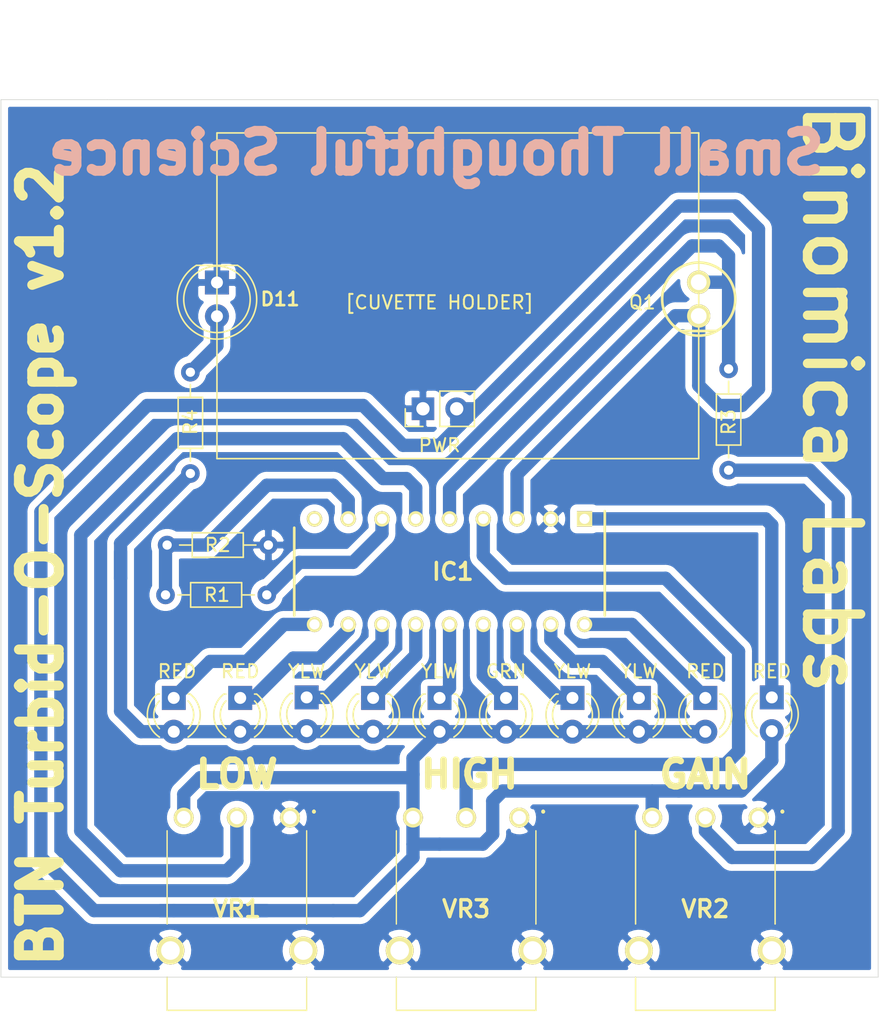
<source format=kicad_pcb>
(kicad_pcb (version 20171130) (host pcbnew "(5.1.9)-1")

  (general
    (thickness 1.6)
    (drawings 24)
    (tracks 150)
    (zones 0)
    (modules 21)
    (nets 20)
  )

  (page A4)
  (layers
    (0 F.Cu signal)
    (31 B.Cu signal)
    (32 B.Adhes user)
    (33 F.Adhes user)
    (34 B.Paste user)
    (35 F.Paste user)
    (36 B.SilkS user)
    (37 F.SilkS user)
    (38 B.Mask user)
    (39 F.Mask user)
    (40 Dwgs.User user)
    (41 Cmts.User user)
    (42 Eco1.User user)
    (43 Eco2.User user)
    (44 Edge.Cuts user)
    (45 Margin user)
    (46 B.CrtYd user)
    (47 F.CrtYd user)
    (48 B.Fab user)
    (49 F.Fab user)
  )

  (setup
    (last_trace_width 0.25)
    (user_trace_width 1)
    (trace_clearance 0.2)
    (zone_clearance 0.508)
    (zone_45_only no)
    (trace_min 0.2)
    (via_size 0.8)
    (via_drill 0.4)
    (via_min_size 0.4)
    (via_min_drill 0.3)
    (uvia_size 0.3)
    (uvia_drill 0.1)
    (uvias_allowed no)
    (uvia_min_size 0.2)
    (uvia_min_drill 0.1)
    (edge_width 0.05)
    (segment_width 0.2)
    (pcb_text_width 0.3)
    (pcb_text_size 1.5 1.5)
    (mod_edge_width 0.12)
    (mod_text_size 1 1)
    (mod_text_width 0.15)
    (pad_size 1.524 1.524)
    (pad_drill 0.762)
    (pad_to_mask_clearance 0)
    (aux_axis_origin 0 0)
    (visible_elements 7FFFFFFF)
    (pcbplotparams
      (layerselection 0x3ffff_ffffffff)
      (usegerberextensions false)
      (usegerberattributes true)
      (usegerberadvancedattributes true)
      (creategerberjobfile true)
      (excludeedgelayer true)
      (linewidth 0.100000)
      (plotframeref false)
      (viasonmask false)
      (mode 1)
      (useauxorigin false)
      (hpglpennumber 1)
      (hpglpenspeed 20)
      (hpglpendiameter 15.000000)
      (psnegative false)
      (psa4output false)
      (plotreference true)
      (plotvalue true)
      (plotinvisibletext false)
      (padsonsilk false)
      (subtractmaskfromsilk false)
      (outputformat 1)
      (mirror false)
      (drillshape 0)
      (scaleselection 1)
      (outputdirectory "../../../../Desktop/BTN Turbid-O-Scope 1-2/"))
  )

  (net 0 "")
  (net 1 +5V)
  (net 2 "Net-(D1-Pad1)")
  (net 3 "Net-(D2-Pad1)")
  (net 4 "Net-(D3-Pad1)")
  (net 5 "Net-(D4-Pad1)")
  (net 6 "Net-(D5-Pad1)")
  (net 7 "Net-(D6-Pad1)")
  (net 8 "Net-(D7-Pad1)")
  (net 9 "Net-(D8-Pad1)")
  (net 10 "Net-(D9-Pad1)")
  (net 11 "Net-(D10-Pad1)")
  (net 12 GND)
  (net 13 "Net-(IC1-Pad8)")
  (net 14 "Net-(IC1-Pad7)")
  (net 15 "Net-(IC1-Pad6)")
  (net 16 "Net-(IC1-Pad5)")
  (net 17 "Net-(IC1-Pad4)")
  (net 18 "Net-(R3-Pad2)")
  (net 19 "Net-(D11-Pad2)")

  (net_class Default "This is the default net class."
    (clearance 0.2)
    (trace_width 0.25)
    (via_dia 0.8)
    (via_drill 0.4)
    (uvia_dia 0.3)
    (uvia_drill 0.1)
    (add_net +5V)
    (add_net GND)
    (add_net "Net-(D1-Pad1)")
    (add_net "Net-(D10-Pad1)")
    (add_net "Net-(D11-Pad2)")
    (add_net "Net-(D2-Pad1)")
    (add_net "Net-(D3-Pad1)")
    (add_net "Net-(D4-Pad1)")
    (add_net "Net-(D5-Pad1)")
    (add_net "Net-(D6-Pad1)")
    (add_net "Net-(D7-Pad1)")
    (add_net "Net-(D8-Pad1)")
    (add_net "Net-(D9-Pad1)")
    (add_net "Net-(IC1-Pad4)")
    (add_net "Net-(IC1-Pad5)")
    (add_net "Net-(IC1-Pad6)")
    (add_net "Net-(IC1-Pad7)")
    (add_net "Net-(IC1-Pad8)")
    (add_net "Net-(R3-Pad2)")
  )

  (module SamacSys_Parts:TEPT5700 (layer F.Cu) (tedit 6065546B) (tstamp 6065E2D3)
    (at 162.5 74 270)
    (descr TEPT5700)
    (tags Transistor)
    (path /60561676)
    (fp_text reference Q1 (at 0.25 4.25 180) (layer F.SilkS)
      (effects (font (size 1 1) (thickness 0.15)))
    )
    (fp_text value TEPT5700 (at -4 -0.25 180) (layer F.SilkS) hide
      (effects (font (size 1.27 1.27) (thickness 0.254)))
    )
    (fp_line (start -3.75 -3.75) (end 4.388 -3.75) (layer Dwgs.User) (width 0.1))
    (fp_line (start 4.388 -3.75) (end 4.388 3.75) (layer Dwgs.User) (width 0.1))
    (fp_line (start 4.388 3.75) (end -3.75 3.75) (layer Dwgs.User) (width 0.1))
    (fp_line (start -3.75 3.75) (end -3.75 -3.75) (layer Dwgs.User) (width 0.1))
    (fp_line (start 2.75 0) (end 2.75 0) (layer Dwgs.User) (width 0.1))
    (fp_line (start -2.75 0) (end -2.75 0) (layer Dwgs.User) (width 0.1))
    (fp_line (start 2.75 0) (end 2.75 0) (layer F.SilkS) (width 0.2))
    (fp_line (start -2.75 0) (end -2.75 0) (layer F.SilkS) (width 0.2))
    (fp_line (start 3.364 -0.032) (end 3.364 -0.032) (layer F.SilkS) (width 0.02404))
    (fp_line (start 3.388 -0.032) (end 3.388 -0.032) (layer F.SilkS) (width 0.02404))
    (fp_line (start 2.4 -1.3) (end 2.4 1.3) (layer F.SilkS) (width 0.2))
    (fp_arc (start 3.376 -0.032) (end 3.388 -0.032) (angle -180) (layer F.SilkS) (width 0.02404))
    (fp_arc (start 3.376 -0.032) (end 3.364 -0.032) (angle -180) (layer F.SilkS) (width 0.02404))
    (fp_arc (start 0 0) (end -2.75 0) (angle -180) (layer F.SilkS) (width 0.2))
    (fp_arc (start 0 0) (end 2.75 0) (angle -180) (layer F.SilkS) (width 0.2))
    (fp_arc (start 0 0) (end -2.75 0) (angle -180) (layer Dwgs.User) (width 0.1))
    (fp_arc (start 0 0) (end 2.75 0) (angle -180) (layer Dwgs.User) (width 0.1))
    (pad 2 thru_hole circle (at -1.27 0) (size 1.75 1.75) (drill 1.18) (layers *.Cu *.Mask F.SilkS)
      (net 16 "Net-(IC1-Pad5)"))
    (pad 1 thru_hole circle (at 1.27 0) (size 1.75 1.75) (drill 1.18) (layers *.Cu *.Mask F.SilkS)
      (net 1 +5V))
  )

  (module SamacSys_Parts:RV100F304K1B100K (layer F.Cu) (tedit 60593C73) (tstamp 605A6C46)
    (at 149 113 180)
    (descr RV100F-30-4K1-B100K-2)
    (tags "Variable Resistor")
    (path /605E652E)
    (fp_text reference VR3 (at 4 -6.875) (layer F.SilkS)
      (effects (font (size 1.27 1.27) (thickness 0.254)))
    )
    (fp_text value 10K (at 4 -5) (layer F.SilkS) hide
      (effects (font (size 1.27 1.27) (thickness 0.254)))
    )
    (fp_line (start -1.25 -0.5) (end 9.25 -0.5) (layer Dwgs.User) (width 0.2))
    (fp_line (start 9.25 -0.5) (end 9.25 -14.5) (layer Dwgs.User) (width 0.2))
    (fp_line (start 9.25 -14.5) (end -1.25 -14.5) (layer Dwgs.User) (width 0.2))
    (fp_line (start -1.25 -14.5) (end -1.25 -0.5) (layer Dwgs.User) (width 0.2))
    (fp_line (start -1.25 -12) (end -1.25 -12) (layer F.SilkS) (width 0.1))
    (fp_line (start -1.25 -12) (end -1.25 -14.5) (layer F.SilkS) (width 0.1))
    (fp_line (start -1.25 -14.5) (end -1.25 -14.5) (layer F.SilkS) (width 0.1))
    (fp_line (start -1.25 -14.5) (end -1.25 -12) (layer F.SilkS) (width 0.1))
    (fp_line (start -1.25 -14.5) (end 9.25 -14.5) (layer F.SilkS) (width 0.1))
    (fp_line (start 9.25 -14.5) (end 9.25 -14.5) (layer F.SilkS) (width 0.1))
    (fp_line (start 9.25 -14.5) (end -1.25 -14.5) (layer F.SilkS) (width 0.1))
    (fp_line (start -1.25 -14.5) (end -1.25 -14.5) (layer F.SilkS) (width 0.1))
    (fp_line (start 9.25 -14.5) (end 9.25 -14.5) (layer F.SilkS) (width 0.1))
    (fp_line (start 9.25 -14.5) (end 9.25 -12) (layer F.SilkS) (width 0.1))
    (fp_line (start 9.25 -12) (end 9.25 -12) (layer F.SilkS) (width 0.1))
    (fp_line (start 9.25 -12) (end 9.25 -14.5) (layer F.SilkS) (width 0.1))
    (fp_line (start 9.25 -8) (end 9.25 -8) (layer F.SilkS) (width 0.1))
    (fp_line (start 9.25 -8) (end 9.25 -1) (layer F.SilkS) (width 0.1))
    (fp_line (start 9.25 -1) (end 9.25 -1) (layer F.SilkS) (width 0.1))
    (fp_line (start 9.25 -1) (end 9.25 -8) (layer F.SilkS) (width 0.1))
    (fp_line (start -1.25 -1) (end -1.25 -1) (layer F.SilkS) (width 0.1))
    (fp_line (start -1.25 -1) (end -1.25 -8) (layer F.SilkS) (width 0.1))
    (fp_line (start -1.25 -8) (end -1.25 -8) (layer F.SilkS) (width 0.1))
    (fp_line (start -1.25 -8) (end -1.25 -1) (layer F.SilkS) (width 0.1))
    (fp_line (start -3.05 -15.5) (end 11.05 -15.5) (layer Dwgs.User) (width 0.1))
    (fp_line (start 11.05 -15.5) (end 11.05 1.75) (layer Dwgs.User) (width 0.1))
    (fp_line (start 11.05 1.75) (end -3.05 1.75) (layer Dwgs.User) (width 0.1))
    (fp_line (start -3.05 1.75) (end -3.05 -15.5) (layer Dwgs.User) (width 0.1))
    (fp_line (start -1.8 0.5) (end -1.8 0.5) (layer F.SilkS) (width 0.2))
    (fp_line (start -1.8 0.4) (end -1.8 0.4) (layer F.SilkS) (width 0.2))
    (fp_line (start -1.8 0.5) (end -1.8 0.5) (layer F.SilkS) (width 0.2))
    (fp_arc (start -1.8 0.45) (end -1.8 0.5) (angle -180) (layer F.SilkS) (width 0.2))
    (fp_arc (start -1.8 0.45) (end -1.8 0.4) (angle -180) (layer F.SilkS) (width 0.2))
    (fp_arc (start -1.8 0.45) (end -1.8 0.5) (angle -180) (layer F.SilkS) (width 0.2))
    (pad MH2 thru_hole circle (at 9 -10 270) (size 2.1 2.1) (drill 1.4) (layers *.Cu *.Mask F.SilkS)
      (net 12 GND))
    (pad MH1 thru_hole circle (at -1 -10 270) (size 2.1 2.1) (drill 1.4) (layers *.Cu *.Mask F.SilkS)
      (net 12 GND))
    (pad 3 thru_hole circle (at 8 0 270) (size 1.5 1.5) (drill 1) (layers *.Cu *.Mask F.SilkS)
      (net 1 +5V))
    (pad 2 thru_hole circle (at 4 0 270) (size 1.5 1.5) (drill 1) (layers *.Cu *.Mask F.SilkS)
      (net 17 "Net-(IC1-Pad4)"))
    (pad 1 thru_hole circle (at 0 0 270) (size 1.5 1.5) (drill 1) (layers *.Cu *.Mask F.SilkS)
      (net 12 GND))
  )

  (module SamacSys_Parts:RV100F304K1B100K (layer F.Cu) (tedit 60593C73) (tstamp 605A739B)
    (at 167 113 180)
    (descr RV100F-30-4K1-B100K-2)
    (tags "Variable Resistor")
    (path /605A8CF4)
    (fp_text reference VR2 (at 4 -6.875) (layer F.SilkS)
      (effects (font (size 1.27 1.27) (thickness 0.254)))
    )
    (fp_text value 10K (at 4 -5) (layer F.SilkS) hide
      (effects (font (size 1.27 1.27) (thickness 0.254)))
    )
    (fp_line (start -1.25 -0.5) (end 9.25 -0.5) (layer Dwgs.User) (width 0.2))
    (fp_line (start 9.25 -0.5) (end 9.25 -14.5) (layer Dwgs.User) (width 0.2))
    (fp_line (start 9.25 -14.5) (end -1.25 -14.5) (layer Dwgs.User) (width 0.2))
    (fp_line (start -1.25 -14.5) (end -1.25 -0.5) (layer Dwgs.User) (width 0.2))
    (fp_line (start -1.25 -12) (end -1.25 -12) (layer F.SilkS) (width 0.1))
    (fp_line (start -1.25 -12) (end -1.25 -14.5) (layer F.SilkS) (width 0.1))
    (fp_line (start -1.25 -14.5) (end -1.25 -14.5) (layer F.SilkS) (width 0.1))
    (fp_line (start -1.25 -14.5) (end -1.25 -12) (layer F.SilkS) (width 0.1))
    (fp_line (start -1.25 -14.5) (end 9.25 -14.5) (layer F.SilkS) (width 0.1))
    (fp_line (start 9.25 -14.5) (end 9.25 -14.5) (layer F.SilkS) (width 0.1))
    (fp_line (start 9.25 -14.5) (end -1.25 -14.5) (layer F.SilkS) (width 0.1))
    (fp_line (start -1.25 -14.5) (end -1.25 -14.5) (layer F.SilkS) (width 0.1))
    (fp_line (start 9.25 -14.5) (end 9.25 -14.5) (layer F.SilkS) (width 0.1))
    (fp_line (start 9.25 -14.5) (end 9.25 -12) (layer F.SilkS) (width 0.1))
    (fp_line (start 9.25 -12) (end 9.25 -12) (layer F.SilkS) (width 0.1))
    (fp_line (start 9.25 -12) (end 9.25 -14.5) (layer F.SilkS) (width 0.1))
    (fp_line (start 9.25 -8) (end 9.25 -8) (layer F.SilkS) (width 0.1))
    (fp_line (start 9.25 -8) (end 9.25 -1) (layer F.SilkS) (width 0.1))
    (fp_line (start 9.25 -1) (end 9.25 -1) (layer F.SilkS) (width 0.1))
    (fp_line (start 9.25 -1) (end 9.25 -8) (layer F.SilkS) (width 0.1))
    (fp_line (start -1.25 -1) (end -1.25 -1) (layer F.SilkS) (width 0.1))
    (fp_line (start -1.25 -1) (end -1.25 -8) (layer F.SilkS) (width 0.1))
    (fp_line (start -1.25 -8) (end -1.25 -8) (layer F.SilkS) (width 0.1))
    (fp_line (start -1.25 -8) (end -1.25 -1) (layer F.SilkS) (width 0.1))
    (fp_line (start -3.05 -15.5) (end 11.05 -15.5) (layer Dwgs.User) (width 0.1))
    (fp_line (start 11.05 -15.5) (end 11.05 1.75) (layer Dwgs.User) (width 0.1))
    (fp_line (start 11.05 1.75) (end -3.05 1.75) (layer Dwgs.User) (width 0.1))
    (fp_line (start -3.05 1.75) (end -3.05 -15.5) (layer Dwgs.User) (width 0.1))
    (fp_line (start -1.8 0.5) (end -1.8 0.5) (layer F.SilkS) (width 0.2))
    (fp_line (start -1.8 0.4) (end -1.8 0.4) (layer F.SilkS) (width 0.2))
    (fp_line (start -1.8 0.5) (end -1.8 0.5) (layer F.SilkS) (width 0.2))
    (fp_arc (start -1.8 0.45) (end -1.8 0.5) (angle -180) (layer F.SilkS) (width 0.2))
    (fp_arc (start -1.8 0.45) (end -1.8 0.4) (angle -180) (layer F.SilkS) (width 0.2))
    (fp_arc (start -1.8 0.45) (end -1.8 0.5) (angle -180) (layer F.SilkS) (width 0.2))
    (pad MH2 thru_hole circle (at 9 -10 270) (size 2.1 2.1) (drill 1.4) (layers *.Cu *.Mask F.SilkS)
      (net 12 GND))
    (pad MH1 thru_hole circle (at -1 -10 270) (size 2.1 2.1) (drill 1.4) (layers *.Cu *.Mask F.SilkS)
      (net 12 GND))
    (pad 3 thru_hole circle (at 8 0 270) (size 1.5 1.5) (drill 1) (layers *.Cu *.Mask F.SilkS)
      (net 1 +5V))
    (pad 2 thru_hole circle (at 4 0 270) (size 1.5 1.5) (drill 1) (layers *.Cu *.Mask F.SilkS)
      (net 18 "Net-(R3-Pad2)"))
    (pad 1 thru_hole circle (at 0 0 270) (size 1.5 1.5) (drill 1) (layers *.Cu *.Mask F.SilkS)
      (net 12 GND))
  )

  (module SamacSys_Parts:RV100F304K1B100K (layer F.Cu) (tedit 60593C73) (tstamp 605AA019)
    (at 131.75 113 180)
    (descr RV100F-30-4K1-B100K-2)
    (tags "Variable Resistor")
    (path /605D9837)
    (fp_text reference VR1 (at 4 -6.875) (layer F.SilkS)
      (effects (font (size 1.27 1.27) (thickness 0.254)))
    )
    (fp_text value 10K (at 4 -5) (layer F.SilkS) hide
      (effects (font (size 1.27 1.27) (thickness 0.254)))
    )
    (fp_line (start -1.25 -0.5) (end 9.25 -0.5) (layer Dwgs.User) (width 0.2))
    (fp_line (start 9.25 -0.5) (end 9.25 -14.5) (layer Dwgs.User) (width 0.2))
    (fp_line (start 9.25 -14.5) (end -1.25 -14.5) (layer Dwgs.User) (width 0.2))
    (fp_line (start -1.25 -14.5) (end -1.25 -0.5) (layer Dwgs.User) (width 0.2))
    (fp_line (start -1.25 -12) (end -1.25 -12) (layer F.SilkS) (width 0.1))
    (fp_line (start -1.25 -12) (end -1.25 -14.5) (layer F.SilkS) (width 0.1))
    (fp_line (start -1.25 -14.5) (end -1.25 -14.5) (layer F.SilkS) (width 0.1))
    (fp_line (start -1.25 -14.5) (end -1.25 -12) (layer F.SilkS) (width 0.1))
    (fp_line (start -1.25 -14.5) (end 9.25 -14.5) (layer F.SilkS) (width 0.1))
    (fp_line (start 9.25 -14.5) (end 9.25 -14.5) (layer F.SilkS) (width 0.1))
    (fp_line (start 9.25 -14.5) (end -1.25 -14.5) (layer F.SilkS) (width 0.1))
    (fp_line (start -1.25 -14.5) (end -1.25 -14.5) (layer F.SilkS) (width 0.1))
    (fp_line (start 9.25 -14.5) (end 9.25 -14.5) (layer F.SilkS) (width 0.1))
    (fp_line (start 9.25 -14.5) (end 9.25 -12) (layer F.SilkS) (width 0.1))
    (fp_line (start 9.25 -12) (end 9.25 -12) (layer F.SilkS) (width 0.1))
    (fp_line (start 9.25 -12) (end 9.25 -14.5) (layer F.SilkS) (width 0.1))
    (fp_line (start 9.25 -8) (end 9.25 -8) (layer F.SilkS) (width 0.1))
    (fp_line (start 9.25 -8) (end 9.25 -1) (layer F.SilkS) (width 0.1))
    (fp_line (start 9.25 -1) (end 9.25 -1) (layer F.SilkS) (width 0.1))
    (fp_line (start 9.25 -1) (end 9.25 -8) (layer F.SilkS) (width 0.1))
    (fp_line (start -1.25 -1) (end -1.25 -1) (layer F.SilkS) (width 0.1))
    (fp_line (start -1.25 -1) (end -1.25 -8) (layer F.SilkS) (width 0.1))
    (fp_line (start -1.25 -8) (end -1.25 -8) (layer F.SilkS) (width 0.1))
    (fp_line (start -1.25 -8) (end -1.25 -1) (layer F.SilkS) (width 0.1))
    (fp_line (start -3.05 -15.5) (end 11.05 -15.5) (layer Dwgs.User) (width 0.1))
    (fp_line (start 11.05 -15.5) (end 11.05 1.75) (layer Dwgs.User) (width 0.1))
    (fp_line (start 11.05 1.75) (end -3.05 1.75) (layer Dwgs.User) (width 0.1))
    (fp_line (start -3.05 1.75) (end -3.05 -15.5) (layer Dwgs.User) (width 0.1))
    (fp_line (start -1.8 0.5) (end -1.8 0.5) (layer F.SilkS) (width 0.2))
    (fp_line (start -1.8 0.4) (end -1.8 0.4) (layer F.SilkS) (width 0.2))
    (fp_line (start -1.8 0.5) (end -1.8 0.5) (layer F.SilkS) (width 0.2))
    (fp_arc (start -1.8 0.45) (end -1.8 0.5) (angle -180) (layer F.SilkS) (width 0.2))
    (fp_arc (start -1.8 0.45) (end -1.8 0.4) (angle -180) (layer F.SilkS) (width 0.2))
    (fp_arc (start -1.8 0.45) (end -1.8 0.5) (angle -180) (layer F.SilkS) (width 0.2))
    (pad MH2 thru_hole circle (at 9 -10 270) (size 2.1 2.1) (drill 1.4) (layers *.Cu *.Mask F.SilkS)
      (net 12 GND))
    (pad MH1 thru_hole circle (at -1 -10 270) (size 2.1 2.1) (drill 1.4) (layers *.Cu *.Mask F.SilkS)
      (net 12 GND))
    (pad 3 thru_hole circle (at 8 0 270) (size 1.5 1.5) (drill 1) (layers *.Cu *.Mask F.SilkS)
      (net 1 +5V))
    (pad 2 thru_hole circle (at 4 0 270) (size 1.5 1.5) (drill 1) (layers *.Cu *.Mask F.SilkS)
      (net 15 "Net-(IC1-Pad6)"))
    (pad 1 thru_hole circle (at 0 0 270) (size 1.5 1.5) (drill 1) (layers *.Cu *.Mask F.SilkS)
      (net 12 GND))
  )

  (module LED_THT:LED_D5.0mm (layer F.Cu) (tedit 5995936A) (tstamp 605A8768)
    (at 126.25 72.75 270)
    (descr "LED, diameter 5.0mm, 2 pins, http://cdn-reichelt.de/documents/datenblatt/A500/LL-504BC2E-009.pdf")
    (tags "LED diameter 5.0mm 2 pins")
    (path /6056073E)
    (fp_text reference D11 (at 1.25 -4.75 180) (layer F.SilkS)
      (effects (font (size 1 1) (thickness 0.2)))
    )
    (fp_text value LED (at 1.27 3.96 90) (layer F.Fab)
      (effects (font (size 1 1) (thickness 0.15)))
    )
    (fp_line (start 4.5 -3.25) (end -1.95 -3.25) (layer F.CrtYd) (width 0.05))
    (fp_line (start 4.5 3.25) (end 4.5 -3.25) (layer F.CrtYd) (width 0.05))
    (fp_line (start -1.95 3.25) (end 4.5 3.25) (layer F.CrtYd) (width 0.05))
    (fp_line (start -1.95 -3.25) (end -1.95 3.25) (layer F.CrtYd) (width 0.05))
    (fp_line (start -1.29 -1.545) (end -1.29 1.545) (layer F.SilkS) (width 0.12))
    (fp_line (start -1.23 -1.469694) (end -1.23 1.469694) (layer F.Fab) (width 0.1))
    (fp_circle (center 1.27 0) (end 3.77 0) (layer F.SilkS) (width 0.12))
    (fp_circle (center 1.27 0) (end 3.77 0) (layer F.Fab) (width 0.1))
    (fp_text user %R (at 1.25 0 90) (layer F.Fab)
      (effects (font (size 0.8 0.8) (thickness 0.2)))
    )
    (fp_arc (start 1.27 0) (end -1.29 1.54483) (angle -148.9) (layer F.SilkS) (width 0.12))
    (fp_arc (start 1.27 0) (end -1.29 -1.54483) (angle 148.9) (layer F.SilkS) (width 0.12))
    (fp_arc (start 1.27 0) (end -1.23 -1.469694) (angle 299.1) (layer F.Fab) (width 0.1))
    (pad 2 thru_hole circle (at 2.54 0 270) (size 1.8 1.8) (drill 0.9) (layers *.Cu *.Mask)
      (net 19 "Net-(D11-Pad2)"))
    (pad 1 thru_hole rect (at 0 0 270) (size 1.8 1.8) (drill 0.9) (layers *.Cu *.Mask)
      (net 12 GND))
    (model ${KISYS3DMOD}/LED_THT.3dshapes/LED_D5.0mm.wrl
      (at (xyz 0 0 0))
      (scale (xyz 1 1 1))
      (rotate (xyz 0 0 0))
    )
  )

  (module Resistor_THT:R_Axial_DIN0204_L3.6mm_D1.6mm_P7.62mm_Horizontal (layer F.Cu) (tedit 5AE5139B) (tstamp 6065ECE1)
    (at 124.25 87.12 90)
    (descr "Resistor, Axial_DIN0204 series, Axial, Horizontal, pin pitch=7.62mm, 0.167W, length*diameter=3.6*1.6mm^2, http://cdn-reichelt.de/documents/datenblatt/B400/1_4W%23YAG.pdf")
    (tags "Resistor Axial_DIN0204 series Axial Horizontal pin pitch 7.62mm 0.167W length 3.6mm diameter 1.6mm")
    (path /605FF5B5)
    (fp_text reference R4 (at 3.87 0 270) (layer F.SilkS)
      (effects (font (size 1 1) (thickness 0.15)))
    )
    (fp_text value 100R (at 3.81 1.92 90) (layer F.Fab)
      (effects (font (size 1 1) (thickness 0.15)))
    )
    (fp_line (start 8.57 -1.05) (end -0.95 -1.05) (layer F.CrtYd) (width 0.05))
    (fp_line (start 8.57 1.05) (end 8.57 -1.05) (layer F.CrtYd) (width 0.05))
    (fp_line (start -0.95 1.05) (end 8.57 1.05) (layer F.CrtYd) (width 0.05))
    (fp_line (start -0.95 -1.05) (end -0.95 1.05) (layer F.CrtYd) (width 0.05))
    (fp_line (start 6.68 0) (end 5.73 0) (layer F.SilkS) (width 0.12))
    (fp_line (start 0.94 0) (end 1.89 0) (layer F.SilkS) (width 0.12))
    (fp_line (start 5.73 -0.92) (end 1.89 -0.92) (layer F.SilkS) (width 0.12))
    (fp_line (start 5.73 0.92) (end 5.73 -0.92) (layer F.SilkS) (width 0.12))
    (fp_line (start 1.89 0.92) (end 5.73 0.92) (layer F.SilkS) (width 0.12))
    (fp_line (start 1.89 -0.92) (end 1.89 0.92) (layer F.SilkS) (width 0.12))
    (fp_line (start 7.62 0) (end 5.61 0) (layer F.Fab) (width 0.1))
    (fp_line (start 0 0) (end 2.01 0) (layer F.Fab) (width 0.1))
    (fp_line (start 5.61 -0.8) (end 2.01 -0.8) (layer F.Fab) (width 0.1))
    (fp_line (start 5.61 0.8) (end 5.61 -0.8) (layer F.Fab) (width 0.1))
    (fp_line (start 2.01 0.8) (end 5.61 0.8) (layer F.Fab) (width 0.1))
    (fp_line (start 2.01 -0.8) (end 2.01 0.8) (layer F.Fab) (width 0.1))
    (pad 2 thru_hole oval (at 7.62 0 90) (size 1.4 1.4) (drill 0.7) (layers *.Cu *.Mask)
      (net 19 "Net-(D11-Pad2)"))
    (pad 1 thru_hole circle (at 0 0 90) (size 1.4 1.4) (drill 0.7) (layers *.Cu *.Mask)
      (net 1 +5V))
    (model ${KISYS3DMOD}/Resistor_THT.3dshapes/R_Axial_DIN0204_L3.6mm_D1.6mm_P7.62mm_Horizontal.wrl
      (at (xyz 0 0 0))
      (scale (xyz 1 1 1))
      (rotate (xyz 0 0 0))
    )
  )

  (module SamacSys_Parts:DIP794W56P254L2286H533Q18N (layer F.Cu) (tedit 605556E6) (tstamp 6065D7DD)
    (at 143.75 94.5 270)
    (descr NKF0018A)
    (tags "Integrated Circuit")
    (path /60555BDD)
    (fp_text reference IC1 (at 0 -0.25 180) (layer F.SilkS)
      (effects (font (size 1.27 1.27) (thickness 0.254)))
    )
    (fp_text value LM3914 (at -1.5 0 180) (layer F.SilkS) hide
      (effects (font (size 1.27 1.27) (thickness 0.254)))
    )
    (fp_line (start -4.957 -11.934) (end 4.957 -11.934) (layer Dwgs.User) (width 0.05))
    (fp_line (start 4.957 -11.934) (end 4.957 11.934) (layer Dwgs.User) (width 0.05))
    (fp_line (start 4.957 11.934) (end -4.957 11.934) (layer Dwgs.User) (width 0.05))
    (fp_line (start -4.957 11.934) (end -4.957 -11.934) (layer Dwgs.User) (width 0.05))
    (fp_line (start -3.302 -11.684) (end 3.302 -11.684) (layer Dwgs.User) (width 0.1))
    (fp_line (start 3.302 -11.684) (end 3.302 11.684) (layer Dwgs.User) (width 0.1))
    (fp_line (start 3.302 11.684) (end -3.302 11.684) (layer Dwgs.User) (width 0.1))
    (fp_line (start -3.302 11.684) (end -3.302 -11.684) (layer Dwgs.User) (width 0.1))
    (fp_line (start -3.302 -10.414) (end -2.032 -11.684) (layer Dwgs.User) (width 0.1))
    (fp_line (start -4.548 -11.684) (end 3.302 -11.684) (layer F.SilkS) (width 0.2))
    (fp_line (start -3.302 11.684) (end 3.302 11.684) (layer F.SilkS) (width 0.2))
    (pad 18 thru_hole circle (at 3.969 -10.16) (size 1.159 1.159) (drill 0.759) (layers *.Cu *.Mask F.SilkS)
      (net 3 "Net-(D2-Pad1)"))
    (pad 17 thru_hole circle (at 3.969 -7.62) (size 1.159 1.159) (drill 0.759) (layers *.Cu *.Mask F.SilkS)
      (net 4 "Net-(D3-Pad1)"))
    (pad 16 thru_hole circle (at 3.969 -5.08) (size 1.159 1.159) (drill 0.759) (layers *.Cu *.Mask F.SilkS)
      (net 5 "Net-(D4-Pad1)"))
    (pad 15 thru_hole circle (at 3.969 -2.54) (size 1.159 1.159) (drill 0.759) (layers *.Cu *.Mask F.SilkS)
      (net 6 "Net-(D5-Pad1)"))
    (pad 14 thru_hole circle (at 3.969 0) (size 1.159 1.159) (drill 0.759) (layers *.Cu *.Mask F.SilkS)
      (net 7 "Net-(D6-Pad1)"))
    (pad 13 thru_hole circle (at 3.969 2.54) (size 1.159 1.159) (drill 0.759) (layers *.Cu *.Mask F.SilkS)
      (net 8 "Net-(D7-Pad1)"))
    (pad 12 thru_hole circle (at 3.969 5.08) (size 1.159 1.159) (drill 0.759) (layers *.Cu *.Mask F.SilkS)
      (net 9 "Net-(D8-Pad1)"))
    (pad 11 thru_hole circle (at 3.969 7.62) (size 1.159 1.159) (drill 0.759) (layers *.Cu *.Mask F.SilkS)
      (net 10 "Net-(D9-Pad1)"))
    (pad 10 thru_hole circle (at 3.969 10.16) (size 1.159 1.159) (drill 0.759) (layers *.Cu *.Mask F.SilkS)
      (net 11 "Net-(D10-Pad1)"))
    (pad 9 thru_hole circle (at -3.969 10.16) (size 1.159 1.159) (drill 0.759) (layers *.Cu *.Mask F.SilkS))
    (pad 8 thru_hole circle (at -3.969 7.62) (size 1.159 1.159) (drill 0.759) (layers *.Cu *.Mask F.SilkS)
      (net 13 "Net-(IC1-Pad8)"))
    (pad 7 thru_hole circle (at -3.969 5.08) (size 1.159 1.159) (drill 0.759) (layers *.Cu *.Mask F.SilkS)
      (net 14 "Net-(IC1-Pad7)"))
    (pad 6 thru_hole circle (at -3.969 2.54) (size 1.159 1.159) (drill 0.759) (layers *.Cu *.Mask F.SilkS)
      (net 15 "Net-(IC1-Pad6)"))
    (pad 5 thru_hole circle (at -3.969 0) (size 1.159 1.159) (drill 0.759) (layers *.Cu *.Mask F.SilkS)
      (net 16 "Net-(IC1-Pad5)"))
    (pad 4 thru_hole circle (at -3.969 -2.54) (size 1.159 1.159) (drill 0.759) (layers *.Cu *.Mask F.SilkS)
      (net 17 "Net-(IC1-Pad4)"))
    (pad 3 thru_hole circle (at -3.969 -5.08) (size 1.159 1.159) (drill 0.759) (layers *.Cu *.Mask F.SilkS)
      (net 1 +5V))
    (pad 2 thru_hole circle (at -3.969 -7.62) (size 1.159 1.159) (drill 0.759) (layers *.Cu *.Mask F.SilkS)
      (net 12 GND))
    (pad 1 thru_hole rect (at -3.969 -10.16) (size 1.159 1.159) (drill 0.759) (layers *.Cu *.Mask F.SilkS)
      (net 2 "Net-(D1-Pad1)"))
  )

  (module LED_THT:LED_D3.0mm (layer F.Cu) (tedit 587A3A7B) (tstamp 605A7DEB)
    (at 168 103.96 270)
    (descr "LED, diameter 3.0mm, 2 pins")
    (tags "LED diameter 3.0mm 2 pins")
    (path /605568E2)
    (fp_text reference RED (at -1.96 0 180) (layer F.SilkS)
      (effects (font (size 1 1) (thickness 0.15)))
    )
    (fp_text value LED (at 1.27 2.96 90) (layer F.Fab)
      (effects (font (size 1 1) (thickness 0.15)))
    )
    (fp_line (start 3.7 -2.25) (end -1.15 -2.25) (layer F.CrtYd) (width 0.05))
    (fp_line (start 3.7 2.25) (end 3.7 -2.25) (layer F.CrtYd) (width 0.05))
    (fp_line (start -1.15 2.25) (end 3.7 2.25) (layer F.CrtYd) (width 0.05))
    (fp_line (start -1.15 -2.25) (end -1.15 2.25) (layer F.CrtYd) (width 0.05))
    (fp_line (start -0.29 1.08) (end -0.29 1.236) (layer F.SilkS) (width 0.12))
    (fp_line (start -0.29 -1.236) (end -0.29 -1.08) (layer F.SilkS) (width 0.12))
    (fp_line (start -0.23 -1.16619) (end -0.23 1.16619) (layer F.Fab) (width 0.1))
    (fp_circle (center 1.27 0) (end 2.77 0) (layer F.Fab) (width 0.1))
    (fp_arc (start 1.27 0) (end 0.229039 1.08) (angle -87.9) (layer F.SilkS) (width 0.12))
    (fp_arc (start 1.27 0) (end 0.229039 -1.08) (angle 87.9) (layer F.SilkS) (width 0.12))
    (fp_arc (start 1.27 0) (end -0.29 1.235516) (angle -108.8) (layer F.SilkS) (width 0.12))
    (fp_arc (start 1.27 0) (end -0.29 -1.235516) (angle 108.8) (layer F.SilkS) (width 0.12))
    (fp_arc (start 1.27 0) (end -0.23 -1.16619) (angle 284.3) (layer F.Fab) (width 0.1))
    (pad 2 thru_hole circle (at 2.54 0 270) (size 1.8 1.8) (drill 0.9) (layers *.Cu *.Mask)
      (net 1 +5V))
    (pad 1 thru_hole rect (at 0 0 270) (size 1.8 1.8) (drill 0.9) (layers *.Cu *.Mask)
      (net 2 "Net-(D1-Pad1)"))
    (model ${KISYS3DMOD}/LED_THT.3dshapes/LED_D3.0mm.wrl
      (at (xyz 0 0 0))
      (scale (xyz 1 1 1))
      (rotate (xyz 0 0 0))
    )
  )

  (module Connector_PinHeader_2.54mm:PinHeader_1x02_P2.54mm_Vertical (layer F.Cu) (tedit 59FED5CC) (tstamp 6065D558)
    (at 141.75 82.25 90)
    (descr "Through hole straight pin header, 1x02, 2.54mm pitch, single row")
    (tags "Through hole pin header THT 1x02 2.54mm single row")
    (path /60611994)
    (fp_text reference PWR (at -2.75 1.25 180) (layer F.SilkS)
      (effects (font (size 1 1) (thickness 0.15)))
    )
    (fp_text value Conn_01x02_Female (at 0 4.87 90) (layer F.Fab)
      (effects (font (size 1 1) (thickness 0.15)))
    )
    (fp_line (start 1.8 -1.8) (end -1.8 -1.8) (layer F.CrtYd) (width 0.05))
    (fp_line (start 1.8 4.35) (end 1.8 -1.8) (layer F.CrtYd) (width 0.05))
    (fp_line (start -1.8 4.35) (end 1.8 4.35) (layer F.CrtYd) (width 0.05))
    (fp_line (start -1.8 -1.8) (end -1.8 4.35) (layer F.CrtYd) (width 0.05))
    (fp_line (start -1.33 -1.33) (end 0 -1.33) (layer F.SilkS) (width 0.12))
    (fp_line (start -1.33 0) (end -1.33 -1.33) (layer F.SilkS) (width 0.12))
    (fp_line (start -1.33 1.27) (end 1.33 1.27) (layer F.SilkS) (width 0.12))
    (fp_line (start 1.33 1.27) (end 1.33 3.87) (layer F.SilkS) (width 0.12))
    (fp_line (start -1.33 1.27) (end -1.33 3.87) (layer F.SilkS) (width 0.12))
    (fp_line (start -1.33 3.87) (end 1.33 3.87) (layer F.SilkS) (width 0.12))
    (fp_line (start -1.27 -0.635) (end -0.635 -1.27) (layer F.Fab) (width 0.1))
    (fp_line (start -1.27 3.81) (end -1.27 -0.635) (layer F.Fab) (width 0.1))
    (fp_line (start 1.27 3.81) (end -1.27 3.81) (layer F.Fab) (width 0.1))
    (fp_line (start 1.27 -1.27) (end 1.27 3.81) (layer F.Fab) (width 0.1))
    (fp_line (start -0.635 -1.27) (end 1.27 -1.27) (layer F.Fab) (width 0.1))
    (fp_text user %R (at 0 1.27) (layer F.Fab)
      (effects (font (size 1 1) (thickness 0.15)))
    )
    (pad 2 thru_hole oval (at 0 2.54 90) (size 1.7 1.7) (drill 1) (layers *.Cu *.Mask)
      (net 1 +5V))
    (pad 1 thru_hole rect (at 0 0 90) (size 1.7 1.7) (drill 1) (layers *.Cu *.Mask)
      (net 12 GND))
    (model ${KISYS3DMOD}/Connector_PinHeader_2.54mm.3dshapes/PinHeader_1x02_P2.54mm_Vertical.wrl
      (at (xyz 0 0 0))
      (scale (xyz 1 1 1))
      (rotate (xyz 0 0 0))
    )
  )

  (module Resistor_THT:R_Axial_DIN0204_L3.6mm_D1.6mm_P7.62mm_Horizontal (layer F.Cu) (tedit 5AE5139B) (tstamp 605A6BAE)
    (at 164.75 79.25 270)
    (descr "Resistor, Axial_DIN0204 series, Axial, Horizontal, pin pitch=7.62mm, 0.167W, length*diameter=3.6*1.6mm^2, http://cdn-reichelt.de/documents/datenblatt/B400/1_4W%23YAG.pdf")
    (tags "Resistor Axial_DIN0204 series Axial Horizontal pin pitch 7.62mm 0.167W length 3.6mm diameter 1.6mm")
    (path /605CD89A)
    (fp_text reference R3 (at 4 0 270) (layer F.SilkS)
      (effects (font (size 1 1) (thickness 0.15)))
    )
    (fp_text value 10K (at 3.81 1.92 90) (layer F.Fab)
      (effects (font (size 1 1) (thickness 0.15)))
    )
    (fp_line (start 8.57 -1.05) (end -0.95 -1.05) (layer F.CrtYd) (width 0.05))
    (fp_line (start 8.57 1.05) (end 8.57 -1.05) (layer F.CrtYd) (width 0.05))
    (fp_line (start -0.95 1.05) (end 8.57 1.05) (layer F.CrtYd) (width 0.05))
    (fp_line (start -0.95 -1.05) (end -0.95 1.05) (layer F.CrtYd) (width 0.05))
    (fp_line (start 6.68 0) (end 5.73 0) (layer F.SilkS) (width 0.12))
    (fp_line (start 0.94 0) (end 1.89 0) (layer F.SilkS) (width 0.12))
    (fp_line (start 5.73 -0.92) (end 1.89 -0.92) (layer F.SilkS) (width 0.12))
    (fp_line (start 5.73 0.92) (end 5.73 -0.92) (layer F.SilkS) (width 0.12))
    (fp_line (start 1.89 0.92) (end 5.73 0.92) (layer F.SilkS) (width 0.12))
    (fp_line (start 1.89 -0.92) (end 1.89 0.92) (layer F.SilkS) (width 0.12))
    (fp_line (start 7.62 0) (end 5.61 0) (layer F.Fab) (width 0.1))
    (fp_line (start 0 0) (end 2.01 0) (layer F.Fab) (width 0.1))
    (fp_line (start 5.61 -0.8) (end 2.01 -0.8) (layer F.Fab) (width 0.1))
    (fp_line (start 5.61 0.8) (end 5.61 -0.8) (layer F.Fab) (width 0.1))
    (fp_line (start 2.01 0.8) (end 5.61 0.8) (layer F.Fab) (width 0.1))
    (fp_line (start 2.01 -0.8) (end 2.01 0.8) (layer F.Fab) (width 0.1))
    (pad 2 thru_hole oval (at 7.62 0 270) (size 1.4 1.4) (drill 0.7) (layers *.Cu *.Mask)
      (net 18 "Net-(R3-Pad2)"))
    (pad 1 thru_hole circle (at 0 0 270) (size 1.4 1.4) (drill 0.7) (layers *.Cu *.Mask)
      (net 16 "Net-(IC1-Pad5)"))
    (model ${KISYS3DMOD}/Resistor_THT.3dshapes/R_Axial_DIN0204_L3.6mm_D1.6mm_P7.62mm_Horizontal.wrl
      (at (xyz 0 0 0))
      (scale (xyz 1 1 1))
      (rotate (xyz 0 0 0))
    )
  )

  (module Resistor_THT:R_Axial_DIN0204_L3.6mm_D1.6mm_P7.62mm_Horizontal (layer F.Cu) (tedit 5AE5139B) (tstamp 605A8A76)
    (at 122.5 92.5)
    (descr "Resistor, Axial_DIN0204 series, Axial, Horizontal, pin pitch=7.62mm, 0.167W, length*diameter=3.6*1.6mm^2, http://cdn-reichelt.de/documents/datenblatt/B400/1_4W%23YAG.pdf")
    (tags "Resistor Axial_DIN0204 series Axial Horizontal pin pitch 7.62mm 0.167W length 3.6mm diameter 1.6mm")
    (path /605F813D)
    (fp_text reference R2 (at 3.81 0) (layer F.SilkS)
      (effects (font (size 1 1) (thickness 0.15)))
    )
    (fp_text value 2K2 (at 4 -2) (layer F.Fab)
      (effects (font (size 1 1) (thickness 0.15)))
    )
    (fp_line (start 8.57 -1.05) (end -0.95 -1.05) (layer F.CrtYd) (width 0.05))
    (fp_line (start 8.57 1.05) (end 8.57 -1.05) (layer F.CrtYd) (width 0.05))
    (fp_line (start -0.95 1.05) (end 8.57 1.05) (layer F.CrtYd) (width 0.05))
    (fp_line (start -0.95 -1.05) (end -0.95 1.05) (layer F.CrtYd) (width 0.05))
    (fp_line (start 6.68 0) (end 5.73 0) (layer F.SilkS) (width 0.12))
    (fp_line (start 0.94 0) (end 1.89 0) (layer F.SilkS) (width 0.12))
    (fp_line (start 5.73 -0.92) (end 1.89 -0.92) (layer F.SilkS) (width 0.12))
    (fp_line (start 5.73 0.92) (end 5.73 -0.92) (layer F.SilkS) (width 0.12))
    (fp_line (start 1.89 0.92) (end 5.73 0.92) (layer F.SilkS) (width 0.12))
    (fp_line (start 1.89 -0.92) (end 1.89 0.92) (layer F.SilkS) (width 0.12))
    (fp_line (start 7.62 0) (end 5.61 0) (layer F.Fab) (width 0.1))
    (fp_line (start 0 0) (end 2.01 0) (layer F.Fab) (width 0.1))
    (fp_line (start 5.61 -0.8) (end 2.01 -0.8) (layer F.Fab) (width 0.1))
    (fp_line (start 5.61 0.8) (end 5.61 -0.8) (layer F.Fab) (width 0.1))
    (fp_line (start 2.01 0.8) (end 5.61 0.8) (layer F.Fab) (width 0.1))
    (fp_line (start 2.01 -0.8) (end 2.01 0.8) (layer F.Fab) (width 0.1))
    (pad 2 thru_hole oval (at 7.62 0) (size 1.4 1.4) (drill 0.7) (layers *.Cu *.Mask)
      (net 12 GND))
    (pad 1 thru_hole circle (at 0 0) (size 1.4 1.4) (drill 0.7) (layers *.Cu *.Mask)
      (net 13 "Net-(IC1-Pad8)"))
    (model ${KISYS3DMOD}/Resistor_THT.3dshapes/R_Axial_DIN0204_L3.6mm_D1.6mm_P7.62mm_Horizontal.wrl
      (at (xyz 0 0 0))
      (scale (xyz 1 1 1))
      (rotate (xyz 0 0 0))
    )
  )

  (module Resistor_THT:R_Axial_DIN0204_L3.6mm_D1.6mm_P7.62mm_Horizontal (layer F.Cu) (tedit 5AE5139B) (tstamp 6065EA49)
    (at 130 96.25 180)
    (descr "Resistor, Axial_DIN0204 series, Axial, Horizontal, pin pitch=7.62mm, 0.167W, length*diameter=3.6*1.6mm^2, http://cdn-reichelt.de/documents/datenblatt/B400/1_4W%23YAG.pdf")
    (tags "Resistor Axial_DIN0204 series Axial Horizontal pin pitch 7.62mm 0.167W length 3.6mm diameter 1.6mm")
    (path /605F5288)
    (fp_text reference R1 (at 3.75 0) (layer F.SilkS)
      (effects (font (size 1 1) (thickness 0.15)))
    )
    (fp_text value 3K3 (at 3.81 -2.25) (layer F.Fab)
      (effects (font (size 1 1) (thickness 0.15)))
    )
    (fp_line (start 8.57 -1.05) (end -0.95 -1.05) (layer F.CrtYd) (width 0.05))
    (fp_line (start 8.57 1.05) (end 8.57 -1.05) (layer F.CrtYd) (width 0.05))
    (fp_line (start -0.95 1.05) (end 8.57 1.05) (layer F.CrtYd) (width 0.05))
    (fp_line (start -0.95 -1.05) (end -0.95 1.05) (layer F.CrtYd) (width 0.05))
    (fp_line (start 6.68 0) (end 5.73 0) (layer F.SilkS) (width 0.12))
    (fp_line (start 0.94 0) (end 1.89 0) (layer F.SilkS) (width 0.12))
    (fp_line (start 5.73 -0.92) (end 1.89 -0.92) (layer F.SilkS) (width 0.12))
    (fp_line (start 5.73 0.92) (end 5.73 -0.92) (layer F.SilkS) (width 0.12))
    (fp_line (start 1.89 0.92) (end 5.73 0.92) (layer F.SilkS) (width 0.12))
    (fp_line (start 1.89 -0.92) (end 1.89 0.92) (layer F.SilkS) (width 0.12))
    (fp_line (start 7.62 0) (end 5.61 0) (layer F.Fab) (width 0.1))
    (fp_line (start 0 0) (end 2.01 0) (layer F.Fab) (width 0.1))
    (fp_line (start 5.61 -0.8) (end 2.01 -0.8) (layer F.Fab) (width 0.1))
    (fp_line (start 5.61 0.8) (end 5.61 -0.8) (layer F.Fab) (width 0.1))
    (fp_line (start 2.01 0.8) (end 5.61 0.8) (layer F.Fab) (width 0.1))
    (fp_line (start 2.01 -0.8) (end 2.01 0.8) (layer F.Fab) (width 0.1))
    (pad 2 thru_hole oval (at 7.62 0 180) (size 1.4 1.4) (drill 0.7) (layers *.Cu *.Mask)
      (net 13 "Net-(IC1-Pad8)"))
    (pad 1 thru_hole circle (at 0 0 180) (size 1.4 1.4) (drill 0.7) (layers *.Cu *.Mask)
      (net 14 "Net-(IC1-Pad7)"))
    (model ${KISYS3DMOD}/Resistor_THT.3dshapes/R_Axial_DIN0204_L3.6mm_D1.6mm_P7.62mm_Horizontal.wrl
      (at (xyz 0 0 0))
      (scale (xyz 1 1 1))
      (rotate (xyz 0 0 0))
    )
  )

  (module LED_THT:LED_D3.0mm (layer F.Cu) (tedit 587A3A7B) (tstamp 605A6B24)
    (at 123 104 270)
    (descr "LED, diameter 3.0mm, 2 pins")
    (tags "LED diameter 3.0mm 2 pins")
    (path /6055C214)
    (fp_text reference RED (at -2 -0.25 180) (layer F.SilkS)
      (effects (font (size 1 1) (thickness 0.15)))
    )
    (fp_text value LED (at 1.27 2.96 90) (layer F.Fab)
      (effects (font (size 1 1) (thickness 0.15)))
    )
    (fp_line (start 3.7 -2.25) (end -1.15 -2.25) (layer F.CrtYd) (width 0.05))
    (fp_line (start 3.7 2.25) (end 3.7 -2.25) (layer F.CrtYd) (width 0.05))
    (fp_line (start -1.15 2.25) (end 3.7 2.25) (layer F.CrtYd) (width 0.05))
    (fp_line (start -1.15 -2.25) (end -1.15 2.25) (layer F.CrtYd) (width 0.05))
    (fp_line (start -0.29 1.08) (end -0.29 1.236) (layer F.SilkS) (width 0.12))
    (fp_line (start -0.29 -1.236) (end -0.29 -1.08) (layer F.SilkS) (width 0.12))
    (fp_line (start -0.23 -1.16619) (end -0.23 1.16619) (layer F.Fab) (width 0.1))
    (fp_circle (center 1.27 0) (end 2.77 0) (layer F.Fab) (width 0.1))
    (fp_arc (start 1.27 0) (end 0.229039 1.08) (angle -87.9) (layer F.SilkS) (width 0.12))
    (fp_arc (start 1.27 0) (end 0.229039 -1.08) (angle 87.9) (layer F.SilkS) (width 0.12))
    (fp_arc (start 1.27 0) (end -0.29 1.235516) (angle -108.8) (layer F.SilkS) (width 0.12))
    (fp_arc (start 1.27 0) (end -0.29 -1.235516) (angle 108.8) (layer F.SilkS) (width 0.12))
    (fp_arc (start 1.27 0) (end -0.23 -1.16619) (angle 284.3) (layer F.Fab) (width 0.1))
    (pad 2 thru_hole circle (at 2.54 0 270) (size 1.8 1.8) (drill 0.9) (layers *.Cu *.Mask)
      (net 1 +5V))
    (pad 1 thru_hole rect (at 0 0 270) (size 1.8 1.8) (drill 0.9) (layers *.Cu *.Mask)
      (net 11 "Net-(D10-Pad1)"))
    (model ${KISYS3DMOD}/LED_THT.3dshapes/LED_D3.0mm.wrl
      (at (xyz 0 0 0))
      (scale (xyz 1 1 1))
      (rotate (xyz 0 0 0))
    )
  )

  (module LED_THT:LED_D3.0mm (layer F.Cu) (tedit 587A3A7B) (tstamp 605A6B11)
    (at 128 104 270)
    (descr "LED, diameter 3.0mm, 2 pins")
    (tags "LED diameter 3.0mm 2 pins")
    (path /6055BE4D)
    (fp_text reference RED (at -2 0 180) (layer F.SilkS)
      (effects (font (size 1 1) (thickness 0.15)))
    )
    (fp_text value LED (at 1.27 2.96 90) (layer F.Fab)
      (effects (font (size 1 1) (thickness 0.15)))
    )
    (fp_line (start 3.7 -2.25) (end -1.15 -2.25) (layer F.CrtYd) (width 0.05))
    (fp_line (start 3.7 2.25) (end 3.7 -2.25) (layer F.CrtYd) (width 0.05))
    (fp_line (start -1.15 2.25) (end 3.7 2.25) (layer F.CrtYd) (width 0.05))
    (fp_line (start -1.15 -2.25) (end -1.15 2.25) (layer F.CrtYd) (width 0.05))
    (fp_line (start -0.29 1.08) (end -0.29 1.236) (layer F.SilkS) (width 0.12))
    (fp_line (start -0.29 -1.236) (end -0.29 -1.08) (layer F.SilkS) (width 0.12))
    (fp_line (start -0.23 -1.16619) (end -0.23 1.16619) (layer F.Fab) (width 0.1))
    (fp_circle (center 1.27 0) (end 2.77 0) (layer F.Fab) (width 0.1))
    (fp_arc (start 1.27 0) (end 0.229039 1.08) (angle -87.9) (layer F.SilkS) (width 0.12))
    (fp_arc (start 1.27 0) (end 0.229039 -1.08) (angle 87.9) (layer F.SilkS) (width 0.12))
    (fp_arc (start 1.27 0) (end -0.29 1.235516) (angle -108.8) (layer F.SilkS) (width 0.12))
    (fp_arc (start 1.27 0) (end -0.29 -1.235516) (angle 108.8) (layer F.SilkS) (width 0.12))
    (fp_arc (start 1.27 0) (end -0.23 -1.16619) (angle 284.3) (layer F.Fab) (width 0.1))
    (pad 2 thru_hole circle (at 2.54 0 270) (size 1.8 1.8) (drill 0.9) (layers *.Cu *.Mask)
      (net 1 +5V))
    (pad 1 thru_hole rect (at 0 0 270) (size 1.8 1.8) (drill 0.9) (layers *.Cu *.Mask)
      (net 10 "Net-(D9-Pad1)"))
    (model ${KISYS3DMOD}/LED_THT.3dshapes/LED_D3.0mm.wrl
      (at (xyz 0 0 0))
      (scale (xyz 1 1 1))
      (rotate (xyz 0 0 0))
    )
  )

  (module LED_THT:LED_D3.0mm (layer F.Cu) (tedit 587A3A7B) (tstamp 605A6AFE)
    (at 133 103.96 270)
    (descr "LED, diameter 3.0mm, 2 pins")
    (tags "LED diameter 3.0mm 2 pins")
    (path /6055BAC9)
    (fp_text reference YLW (at -1.96 0 180) (layer F.SilkS)
      (effects (font (size 1 1) (thickness 0.15)))
    )
    (fp_text value LED (at 1.27 2.96 90) (layer F.Fab)
      (effects (font (size 1 1) (thickness 0.15)))
    )
    (fp_line (start 3.7 -2.25) (end -1.15 -2.25) (layer F.CrtYd) (width 0.05))
    (fp_line (start 3.7 2.25) (end 3.7 -2.25) (layer F.CrtYd) (width 0.05))
    (fp_line (start -1.15 2.25) (end 3.7 2.25) (layer F.CrtYd) (width 0.05))
    (fp_line (start -1.15 -2.25) (end -1.15 2.25) (layer F.CrtYd) (width 0.05))
    (fp_line (start -0.29 1.08) (end -0.29 1.236) (layer F.SilkS) (width 0.12))
    (fp_line (start -0.29 -1.236) (end -0.29 -1.08) (layer F.SilkS) (width 0.12))
    (fp_line (start -0.23 -1.16619) (end -0.23 1.16619) (layer F.Fab) (width 0.1))
    (fp_circle (center 1.27 0) (end 2.77 0) (layer F.Fab) (width 0.1))
    (fp_arc (start 1.27 0) (end 0.229039 1.08) (angle -87.9) (layer F.SilkS) (width 0.12))
    (fp_arc (start 1.27 0) (end 0.229039 -1.08) (angle 87.9) (layer F.SilkS) (width 0.12))
    (fp_arc (start 1.27 0) (end -0.29 1.235516) (angle -108.8) (layer F.SilkS) (width 0.12))
    (fp_arc (start 1.27 0) (end -0.29 -1.235516) (angle 108.8) (layer F.SilkS) (width 0.12))
    (fp_arc (start 1.27 0) (end -0.23 -1.16619) (angle 284.3) (layer F.Fab) (width 0.1))
    (pad 2 thru_hole circle (at 2.54 0 270) (size 1.8 1.8) (drill 0.9) (layers *.Cu *.Mask)
      (net 1 +5V))
    (pad 1 thru_hole rect (at 0 0 270) (size 1.8 1.8) (drill 0.9) (layers *.Cu *.Mask)
      (net 9 "Net-(D8-Pad1)"))
    (model ${KISYS3DMOD}/LED_THT.3dshapes/LED_D3.0mm.wrl
      (at (xyz 0 0 0))
      (scale (xyz 1 1 1))
      (rotate (xyz 0 0 0))
    )
  )

  (module LED_THT:LED_D3.0mm (layer F.Cu) (tedit 587A3A7B) (tstamp 605A6AEB)
    (at 138 104 270)
    (descr "LED, diameter 3.0mm, 2 pins")
    (tags "LED diameter 3.0mm 2 pins")
    (path /6055B711)
    (fp_text reference YLW (at -2 0 180) (layer F.SilkS)
      (effects (font (size 1 1) (thickness 0.15)))
    )
    (fp_text value LED (at 1.27 2.96 90) (layer F.Fab)
      (effects (font (size 1 1) (thickness 0.15)))
    )
    (fp_line (start 3.7 -2.25) (end -1.15 -2.25) (layer F.CrtYd) (width 0.05))
    (fp_line (start 3.7 2.25) (end 3.7 -2.25) (layer F.CrtYd) (width 0.05))
    (fp_line (start -1.15 2.25) (end 3.7 2.25) (layer F.CrtYd) (width 0.05))
    (fp_line (start -1.15 -2.25) (end -1.15 2.25) (layer F.CrtYd) (width 0.05))
    (fp_line (start -0.29 1.08) (end -0.29 1.236) (layer F.SilkS) (width 0.12))
    (fp_line (start -0.29 -1.236) (end -0.29 -1.08) (layer F.SilkS) (width 0.12))
    (fp_line (start -0.23 -1.16619) (end -0.23 1.16619) (layer F.Fab) (width 0.1))
    (fp_circle (center 1.27 0) (end 2.77 0) (layer F.Fab) (width 0.1))
    (fp_arc (start 1.27 0) (end 0.229039 1.08) (angle -87.9) (layer F.SilkS) (width 0.12))
    (fp_arc (start 1.27 0) (end 0.229039 -1.08) (angle 87.9) (layer F.SilkS) (width 0.12))
    (fp_arc (start 1.27 0) (end -0.29 1.235516) (angle -108.8) (layer F.SilkS) (width 0.12))
    (fp_arc (start 1.27 0) (end -0.29 -1.235516) (angle 108.8) (layer F.SilkS) (width 0.12))
    (fp_arc (start 1.27 0) (end -0.23 -1.16619) (angle 284.3) (layer F.Fab) (width 0.1))
    (pad 2 thru_hole circle (at 2.54 0 270) (size 1.8 1.8) (drill 0.9) (layers *.Cu *.Mask)
      (net 1 +5V))
    (pad 1 thru_hole rect (at 0 0 270) (size 1.8 1.8) (drill 0.9) (layers *.Cu *.Mask)
      (net 8 "Net-(D7-Pad1)"))
    (model ${KISYS3DMOD}/LED_THT.3dshapes/LED_D3.0mm.wrl
      (at (xyz 0 0 0))
      (scale (xyz 1 1 1))
      (rotate (xyz 0 0 0))
    )
  )

  (module LED_THT:LED_D3.0mm (layer F.Cu) (tedit 587A3A7B) (tstamp 605A6AD8)
    (at 143 104 270)
    (descr "LED, diameter 3.0mm, 2 pins")
    (tags "LED diameter 3.0mm 2 pins")
    (path /6055B2B4)
    (fp_text reference YLW (at -2 0 180) (layer F.SilkS)
      (effects (font (size 1 1) (thickness 0.15)))
    )
    (fp_text value LED (at 1.27 2.96 90) (layer F.Fab)
      (effects (font (size 1 1) (thickness 0.15)))
    )
    (fp_line (start 3.7 -2.25) (end -1.15 -2.25) (layer F.CrtYd) (width 0.05))
    (fp_line (start 3.7 2.25) (end 3.7 -2.25) (layer F.CrtYd) (width 0.05))
    (fp_line (start -1.15 2.25) (end 3.7 2.25) (layer F.CrtYd) (width 0.05))
    (fp_line (start -1.15 -2.25) (end -1.15 2.25) (layer F.CrtYd) (width 0.05))
    (fp_line (start -0.29 1.08) (end -0.29 1.236) (layer F.SilkS) (width 0.12))
    (fp_line (start -0.29 -1.236) (end -0.29 -1.08) (layer F.SilkS) (width 0.12))
    (fp_line (start -0.23 -1.16619) (end -0.23 1.16619) (layer F.Fab) (width 0.1))
    (fp_circle (center 1.27 0) (end 2.77 0) (layer F.Fab) (width 0.1))
    (fp_arc (start 1.27 0) (end 0.229039 1.08) (angle -87.9) (layer F.SilkS) (width 0.12))
    (fp_arc (start 1.27 0) (end 0.229039 -1.08) (angle 87.9) (layer F.SilkS) (width 0.12))
    (fp_arc (start 1.27 0) (end -0.29 1.235516) (angle -108.8) (layer F.SilkS) (width 0.12))
    (fp_arc (start 1.27 0) (end -0.29 -1.235516) (angle 108.8) (layer F.SilkS) (width 0.12))
    (fp_arc (start 1.27 0) (end -0.23 -1.16619) (angle 284.3) (layer F.Fab) (width 0.1))
    (pad 2 thru_hole circle (at 2.54 0 270) (size 1.8 1.8) (drill 0.9) (layers *.Cu *.Mask)
      (net 1 +5V))
    (pad 1 thru_hole rect (at 0 0 270) (size 1.8 1.8) (drill 0.9) (layers *.Cu *.Mask)
      (net 7 "Net-(D6-Pad1)"))
    (model ${KISYS3DMOD}/LED_THT.3dshapes/LED_D3.0mm.wrl
      (at (xyz 0 0 0))
      (scale (xyz 1 1 1))
      (rotate (xyz 0 0 0))
    )
  )

  (module LED_THT:LED_D3.0mm (layer F.Cu) (tedit 587A3A7B) (tstamp 605A6AC5)
    (at 148 104 270)
    (descr "LED, diameter 3.0mm, 2 pins")
    (tags "LED diameter 3.0mm 2 pins")
    (path /6055AFFC)
    (fp_text reference GRN (at -2 0 180) (layer F.SilkS)
      (effects (font (size 1 1) (thickness 0.15)))
    )
    (fp_text value LED (at 1.27 2.96 90) (layer F.Fab)
      (effects (font (size 1 1) (thickness 0.15)))
    )
    (fp_line (start 3.7 -2.25) (end -1.15 -2.25) (layer F.CrtYd) (width 0.05))
    (fp_line (start 3.7 2.25) (end 3.7 -2.25) (layer F.CrtYd) (width 0.05))
    (fp_line (start -1.15 2.25) (end 3.7 2.25) (layer F.CrtYd) (width 0.05))
    (fp_line (start -1.15 -2.25) (end -1.15 2.25) (layer F.CrtYd) (width 0.05))
    (fp_line (start -0.29 1.08) (end -0.29 1.236) (layer F.SilkS) (width 0.12))
    (fp_line (start -0.29 -1.236) (end -0.29 -1.08) (layer F.SilkS) (width 0.12))
    (fp_line (start -0.23 -1.16619) (end -0.23 1.16619) (layer F.Fab) (width 0.1))
    (fp_circle (center 1.27 0) (end 2.77 0) (layer F.Fab) (width 0.1))
    (fp_arc (start 1.27 0) (end 0.229039 1.08) (angle -87.9) (layer F.SilkS) (width 0.12))
    (fp_arc (start 1.27 0) (end 0.229039 -1.08) (angle 87.9) (layer F.SilkS) (width 0.12))
    (fp_arc (start 1.27 0) (end -0.29 1.235516) (angle -108.8) (layer F.SilkS) (width 0.12))
    (fp_arc (start 1.27 0) (end -0.29 -1.235516) (angle 108.8) (layer F.SilkS) (width 0.12))
    (fp_arc (start 1.27 0) (end -0.23 -1.16619) (angle 284.3) (layer F.Fab) (width 0.1))
    (pad 2 thru_hole circle (at 2.54 0 270) (size 1.8 1.8) (drill 0.9) (layers *.Cu *.Mask)
      (net 1 +5V))
    (pad 1 thru_hole rect (at 0 0 270) (size 1.8 1.8) (drill 0.9) (layers *.Cu *.Mask)
      (net 6 "Net-(D5-Pad1)"))
    (model ${KISYS3DMOD}/LED_THT.3dshapes/LED_D3.0mm.wrl
      (at (xyz 0 0 0))
      (scale (xyz 1 1 1))
      (rotate (xyz 0 0 0))
    )
  )

  (module LED_THT:LED_D3.0mm (layer F.Cu) (tedit 587A3A7B) (tstamp 605A6AB2)
    (at 153 104 270)
    (descr "LED, diameter 3.0mm, 2 pins")
    (tags "LED diameter 3.0mm 2 pins")
    (path /6055AC8C)
    (fp_text reference YLW (at -2 0 180) (layer F.SilkS)
      (effects (font (size 1 1) (thickness 0.15)))
    )
    (fp_text value LED (at 1.27 2.96 90) (layer F.Fab)
      (effects (font (size 1 1) (thickness 0.15)))
    )
    (fp_line (start 3.7 -2.25) (end -1.15 -2.25) (layer F.CrtYd) (width 0.05))
    (fp_line (start 3.7 2.25) (end 3.7 -2.25) (layer F.CrtYd) (width 0.05))
    (fp_line (start -1.15 2.25) (end 3.7 2.25) (layer F.CrtYd) (width 0.05))
    (fp_line (start -1.15 -2.25) (end -1.15 2.25) (layer F.CrtYd) (width 0.05))
    (fp_line (start -0.29 1.08) (end -0.29 1.236) (layer F.SilkS) (width 0.12))
    (fp_line (start -0.29 -1.236) (end -0.29 -1.08) (layer F.SilkS) (width 0.12))
    (fp_line (start -0.23 -1.16619) (end -0.23 1.16619) (layer F.Fab) (width 0.1))
    (fp_circle (center 1.27 0) (end 2.77 0) (layer F.Fab) (width 0.1))
    (fp_arc (start 1.27 0) (end 0.229039 1.08) (angle -87.9) (layer F.SilkS) (width 0.12))
    (fp_arc (start 1.27 0) (end 0.229039 -1.08) (angle 87.9) (layer F.SilkS) (width 0.12))
    (fp_arc (start 1.27 0) (end -0.29 1.235516) (angle -108.8) (layer F.SilkS) (width 0.12))
    (fp_arc (start 1.27 0) (end -0.29 -1.235516) (angle 108.8) (layer F.SilkS) (width 0.12))
    (fp_arc (start 1.27 0) (end -0.23 -1.16619) (angle 284.3) (layer F.Fab) (width 0.1))
    (pad 2 thru_hole circle (at 2.54 0 270) (size 1.8 1.8) (drill 0.9) (layers *.Cu *.Mask)
      (net 1 +5V))
    (pad 1 thru_hole rect (at 0 0 270) (size 1.8 1.8) (drill 0.9) (layers *.Cu *.Mask)
      (net 5 "Net-(D4-Pad1)"))
    (model ${KISYS3DMOD}/LED_THT.3dshapes/LED_D3.0mm.wrl
      (at (xyz 0 0 0))
      (scale (xyz 1 1 1))
      (rotate (xyz 0 0 0))
    )
  )

  (module LED_THT:LED_D3.0mm (layer F.Cu) (tedit 587A3A7B) (tstamp 605A6A9F)
    (at 158 104 270)
    (descr "LED, diameter 3.0mm, 2 pins")
    (tags "LED diameter 3.0mm 2 pins")
    (path /605588B8)
    (fp_text reference YLW (at -2 0 180) (layer F.SilkS)
      (effects (font (size 1 1) (thickness 0.15)))
    )
    (fp_text value LED (at 1.27 2.96 90) (layer F.Fab)
      (effects (font (size 1 1) (thickness 0.15)))
    )
    (fp_line (start 3.7 -2.25) (end -1.15 -2.25) (layer F.CrtYd) (width 0.05))
    (fp_line (start 3.7 2.25) (end 3.7 -2.25) (layer F.CrtYd) (width 0.05))
    (fp_line (start -1.15 2.25) (end 3.7 2.25) (layer F.CrtYd) (width 0.05))
    (fp_line (start -1.15 -2.25) (end -1.15 2.25) (layer F.CrtYd) (width 0.05))
    (fp_line (start -0.29 1.08) (end -0.29 1.236) (layer F.SilkS) (width 0.12))
    (fp_line (start -0.29 -1.236) (end -0.29 -1.08) (layer F.SilkS) (width 0.12))
    (fp_line (start -0.23 -1.16619) (end -0.23 1.16619) (layer F.Fab) (width 0.1))
    (fp_circle (center 1.27 0) (end 2.77 0) (layer F.Fab) (width 0.1))
    (fp_arc (start 1.27 0) (end 0.229039 1.08) (angle -87.9) (layer F.SilkS) (width 0.12))
    (fp_arc (start 1.27 0) (end 0.229039 -1.08) (angle 87.9) (layer F.SilkS) (width 0.12))
    (fp_arc (start 1.27 0) (end -0.29 1.235516) (angle -108.8) (layer F.SilkS) (width 0.12))
    (fp_arc (start 1.27 0) (end -0.29 -1.235516) (angle 108.8) (layer F.SilkS) (width 0.12))
    (fp_arc (start 1.27 0) (end -0.23 -1.16619) (angle 284.3) (layer F.Fab) (width 0.1))
    (pad 2 thru_hole circle (at 2.54 0 270) (size 1.8 1.8) (drill 0.9) (layers *.Cu *.Mask)
      (net 1 +5V))
    (pad 1 thru_hole rect (at 0 0 270) (size 1.8 1.8) (drill 0.9) (layers *.Cu *.Mask)
      (net 4 "Net-(D3-Pad1)"))
    (model ${KISYS3DMOD}/LED_THT.3dshapes/LED_D3.0mm.wrl
      (at (xyz 0 0 0))
      (scale (xyz 1 1 1))
      (rotate (xyz 0 0 0))
    )
  )

  (module LED_THT:LED_D3.0mm (layer F.Cu) (tedit 587A3A7B) (tstamp 605BB91E)
    (at 163 104 270)
    (descr "LED, diameter 3.0mm, 2 pins")
    (tags "LED diameter 3.0mm 2 pins")
    (path /60558436)
    (fp_text reference RED (at -2 0 180) (layer F.SilkS)
      (effects (font (size 1 1) (thickness 0.15)))
    )
    (fp_text value LED (at 1.27 2.96 90) (layer F.Fab)
      (effects (font (size 1 1) (thickness 0.15)))
    )
    (fp_line (start 3.7 -2.25) (end -1.15 -2.25) (layer F.CrtYd) (width 0.05))
    (fp_line (start 3.7 2.25) (end 3.7 -2.25) (layer F.CrtYd) (width 0.05))
    (fp_line (start -1.15 2.25) (end 3.7 2.25) (layer F.CrtYd) (width 0.05))
    (fp_line (start -1.15 -2.25) (end -1.15 2.25) (layer F.CrtYd) (width 0.05))
    (fp_line (start -0.29 1.08) (end -0.29 1.236) (layer F.SilkS) (width 0.12))
    (fp_line (start -0.29 -1.236) (end -0.29 -1.08) (layer F.SilkS) (width 0.12))
    (fp_line (start -0.23 -1.16619) (end -0.23 1.16619) (layer F.Fab) (width 0.1))
    (fp_circle (center 1.27 0) (end 2.77 0) (layer F.Fab) (width 0.1))
    (fp_arc (start 1.27 0) (end 0.229039 1.08) (angle -87.9) (layer F.SilkS) (width 0.12))
    (fp_arc (start 1.27 0) (end 0.229039 -1.08) (angle 87.9) (layer F.SilkS) (width 0.12))
    (fp_arc (start 1.27 0) (end -0.29 1.235516) (angle -108.8) (layer F.SilkS) (width 0.12))
    (fp_arc (start 1.27 0) (end -0.29 -1.235516) (angle 108.8) (layer F.SilkS) (width 0.12))
    (fp_arc (start 1.27 0) (end -0.23 -1.16619) (angle 284.3) (layer F.Fab) (width 0.1))
    (pad 2 thru_hole circle (at 2.54 0 270) (size 1.8 1.8) (drill 0.9) (layers *.Cu *.Mask)
      (net 1 +5V))
    (pad 1 thru_hole rect (at 0 0 270) (size 1.8 1.8) (drill 0.9) (layers *.Cu *.Mask)
      (net 3 "Net-(D2-Pad1)"))
    (model ${KISYS3DMOD}/LED_THT.3dshapes/LED_D3.0mm.wrl
      (at (xyz 0 0 0))
      (scale (xyz 1 1 1))
      (rotate (xyz 0 0 0))
    )
  )

  (gr_text "[CUVETTE HOLDER]" (at 143 74.25) (layer F.SilkS)
    (effects (font (size 1 1) (thickness 0.15)))
  )
  (gr_text GAIN (at 163 109.75) (layer F.SilkS)
    (effects (font (size 2 2) (thickness 0.5)))
  )
  (gr_text HIGH (at 145.25 109.75) (layer F.SilkS)
    (effects (font (size 2 2) (thickness 0.5)))
  )
  (gr_text LOW (at 127.75 109.75) (layer F.SilkS)
    (effects (font (size 2 2) (thickness 0.5)))
  )
  (gr_text "Small Thoughtful Science" (at 142.75 63) (layer B.SilkS)
    (effects (font (size 3 3) (thickness 0.75)) (justify mirror))
  )
  (gr_text "Binomica Labs" (at 172.5 81.5 -90) (layer F.SilkS) (tstamp 6065E39D)
    (effects (font (size 4 4) (thickness 0.7)))
  )
  (gr_text "BTN Turbid-O-Scope v1.2" (at 113 94 90) (layer F.SilkS)
    (effects (font (size 3 3) (thickness 0.75)))
  )
  (dimension 27 (width 0.15) (layer Dwgs.User)
    (gr_text "27.000 mm" (at 141.7 72.5 270) (layer Dwgs.User)
      (effects (font (size 1 1) (thickness 0.15)))
    )
    (feature1 (pts (xy 143 86) (xy 142.413579 86)))
    (feature2 (pts (xy 143 59) (xy 142.413579 59)))
    (crossbar (pts (xy 143 59) (xy 143 86)))
    (arrow1a (pts (xy 143 86) (xy 142.413579 84.873496)))
    (arrow1b (pts (xy 143 86) (xy 143.586421 84.873496)))
    (arrow2a (pts (xy 143 59) (xy 142.413579 60.126504)))
    (arrow2b (pts (xy 143 59) (xy 143.586421 60.126504)))
  )
  (dimension 33 (width 0.15) (layer Dwgs.User)
    (gr_text "33.000 mm" (at 159.5 57.7) (layer Dwgs.User)
      (effects (font (size 1 1) (thickness 0.15)))
    )
    (feature1 (pts (xy 143 59) (xy 143 58.413579)))
    (feature2 (pts (xy 176 59) (xy 176 58.413579)))
    (crossbar (pts (xy 176 59) (xy 143 59)))
    (arrow1a (pts (xy 143 59) (xy 144.126504 58.413579)))
    (arrow1b (pts (xy 143 59) (xy 144.126504 59.586421)))
    (arrow2a (pts (xy 176 59) (xy 174.873496 58.413579)))
    (arrow2b (pts (xy 176 59) (xy 174.873496 59.586421)))
  )
  (dimension 66 (width 0.15) (layer Dwgs.User)
    (gr_text "66.000 mm" (at 143 52.2) (layer Dwgs.User)
      (effects (font (size 1 1) (thickness 0.15)))
    )
    (feature1 (pts (xy 110 59) (xy 110 52.913579)))
    (feature2 (pts (xy 176 59) (xy 176 52.913579)))
    (crossbar (pts (xy 176 53.5) (xy 110 53.5)))
    (arrow1a (pts (xy 110 53.5) (xy 111.126504 52.913579)))
    (arrow1b (pts (xy 110 53.5) (xy 111.126504 54.086421)))
    (arrow2a (pts (xy 176 53.5) (xy 174.873496 52.913579)))
    (arrow2b (pts (xy 176 53.5) (xy 174.873496 54.086421)))
  )
  (gr_line (start 126.25 86) (end 126.25 61.5) (layer F.SilkS) (width 0.12) (tstamp 60658041))
  (gr_line (start 126.5 86) (end 126.25 86) (layer F.SilkS) (width 0.12))
  (gr_line (start 162.5 86) (end 126.5 86) (layer F.SilkS) (width 0.12))
  (gr_line (start 162.5 61.5) (end 162.5 86) (layer F.SilkS) (width 0.12) (tstamp 6065D18B))
  (gr_line (start 126.25 61.5) (end 162.5 61.5) (layer F.SilkS) (width 0.12))
  (gr_line (start 126.25 86) (end 162.5 86) (layer Dwgs.User) (width 0.15) (tstamp 60658034))
  (gr_line (start 126.25 86) (end 126.25 61.5) (layer Dwgs.User) (width 0.15) (tstamp 6065803A))
  (gr_line (start 110 59) (end 118 59) (layer Edge.Cuts) (width 0.05) (tstamp 605B9561))
  (gr_line (start 110 125) (end 110 59) (layer Edge.Cuts) (width 0.05))
  (gr_line (start 118 59) (end 176 59) (layer Edge.Cuts) (width 0.05) (tstamp 605AA1F1))
  (gr_line (start 176 125) (end 176 59) (layer Edge.Cuts) (width 0.05) (tstamp 605AA1DD))
  (gr_line (start 110 125) (end 176 125) (layer Edge.Cuts) (width 0.05) (tstamp 605AA26B))
  (gr_line (start 162.5 61.5) (end 162.5 86) (layer Dwgs.User) (width 0.15) (tstamp 60658031))
  (gr_line (start 126.25 61.5) (end 162.5 61.5) (layer Dwgs.User) (width 0.15) (tstamp 60658037))

  (segment (start 122.54 106.54) (end 123 106.54) (width 1) (layer B.Cu) (net 1))
  (segment (start 163 106.54) (end 123 106.54) (width 1) (layer B.Cu) (net 1))
  (segment (start 162.5 75.25) (end 160.75 75.25) (width 1) (layer B.Cu) (net 1))
  (segment (start 148.83 87.17) (end 148.83 90.531) (width 1) (layer B.Cu) (net 1))
  (segment (start 160.75 75.25) (end 148.83 87.17) (width 1) (layer B.Cu) (net 1))
  (segment (start 168 108.69707) (end 165.69707 111) (width 1) (layer B.Cu) (net 1))
  (segment (start 168 106.5) (end 168 108.69707) (width 1) (layer B.Cu) (net 1))
  (segment (start 165.69707 111) (end 161 111) (width 1) (layer B.Cu) (net 1))
  (segment (start 141 108.54) (end 143 106.54) (width 1) (layer B.Cu) (net 1))
  (segment (start 141 116) (end 137 120) (width 1) (layer B.Cu) (net 1))
  (segment (start 130 120) (end 128 120) (width 1) (layer B.Cu) (net 1))
  (segment (start 135 120) (end 128 120) (width 1) (layer B.Cu) (net 1))
  (segment (start 137 120) (end 135 120) (width 1) (layer B.Cu) (net 1))
  (segment (start 123 106.54) (end 121.54 106.54) (width 1) (layer B.Cu) (net 1))
  (segment (start 123 106.54) (end 120.54 106.54) (width 1) (layer B.Cu) (net 1))
  (segment (start 120.54 106.54) (end 119 105) (width 1) (layer B.Cu) (net 1))
  (segment (start 123 120) (end 122 120) (width 1) (layer B.Cu) (net 1))
  (segment (start 126 120) (end 123 120) (width 1) (layer B.Cu) (net 1))
  (segment (start 128 120) (end 126 120) (width 1) (layer B.Cu) (net 1))
  (segment (start 119 92.37) (end 119 95) (width 1) (layer B.Cu) (net 1))
  (segment (start 124.25 87.12) (end 119 92.37) (width 1) (layer B.Cu) (net 1))
  (segment (start 119 95) (end 119 93) (width 1) (layer B.Cu) (net 1))
  (segment (start 119 105) (end 119 95) (width 1) (layer B.Cu) (net 1))
  (segment (start 147 114.25) (end 147 111.75) (width 1) (layer B.Cu) (net 1))
  (segment (start 146.25 115) (end 147 114.25) (width 1) (layer B.Cu) (net 1))
  (segment (start 147 111.75) (end 147.75 111) (width 1) (layer B.Cu) (net 1))
  (segment (start 143 115) (end 146.25 115) (width 1) (layer B.Cu) (net 1))
  (segment (start 159 113) (end 159 111) (width 1) (layer B.Cu) (net 1))
  (segment (start 159 111) (end 161 111) (width 1) (layer B.Cu) (net 1))
  (segment (start 147.75 111) (end 159 111) (width 1) (layer B.Cu) (net 1))
  (segment (start 143 115) (end 141 115) (width 1) (layer B.Cu) (net 1))
  (segment (start 141 115) (end 141 116) (width 1) (layer B.Cu) (net 1))
  (segment (start 141 113) (end 141 115) (width 1) (layer B.Cu) (net 1))
  (segment (start 117 120) (end 126 120) (width 1) (layer B.Cu) (net 1))
  (segment (start 113 116) (end 117 120) (width 1) (layer B.Cu) (net 1))
  (segment (start 113 90) (end 113 116) (width 1) (layer B.Cu) (net 1))
  (segment (start 162.5 75.27) (end 162.5 80.5) (width 1) (layer B.Cu) (net 1))
  (segment (start 162.5 80.5) (end 164 82) (width 1) (layer B.Cu) (net 1))
  (segment (start 167 80.75) (end 167 68.75) (width 1) (layer B.Cu) (net 1))
  (segment (start 167 68.75) (end 165.25 67) (width 1) (layer B.Cu) (net 1))
  (segment (start 165.25 67) (end 161 67) (width 1) (layer B.Cu) (net 1))
  (segment (start 143 85) (end 140.25 85) (width 1) (layer B.Cu) (net 1))
  (segment (start 140.25 85) (end 137.25 82) (width 1) (layer B.Cu) (net 1))
  (segment (start 137.25 82) (end 121 82) (width 1) (layer B.Cu) (net 1))
  (segment (start 121 82) (end 113 90) (width 1) (layer B.Cu) (net 1))
  (segment (start 144.29 82.29) (end 145 83) (width 1) (layer B.Cu) (net 1))
  (segment (start 144.29 82.25) (end 144.29 82.29) (width 1) (layer B.Cu) (net 1))
  (segment (start 144.29 83.29) (end 144.5 83.5) (width 1) (layer B.Cu) (net 1))
  (segment (start 144.29 82.25) (end 144.29 83.29) (width 1) (layer B.Cu) (net 1))
  (segment (start 144.5 83.5) (end 143 85) (width 1) (layer B.Cu) (net 1))
  (segment (start 145 83) (end 144.5 83.5) (width 1) (layer B.Cu) (net 1))
  (segment (start 145.75 82.25) (end 146.125 81.875) (width 1) (layer B.Cu) (net 1))
  (segment (start 144.29 82.25) (end 145.75 82.25) (width 1) (layer B.Cu) (net 1))
  (segment (start 146.125 81.875) (end 145 83) (width 1) (layer B.Cu) (net 1))
  (segment (start 161 67) (end 146.125 81.875) (width 1) (layer B.Cu) (net 1))
  (segment (start 165.75 82) (end 167 80.75) (width 1) (layer B.Cu) (net 1))
  (segment (start 164 82) (end 165.75 82) (width 1) (layer B.Cu) (net 1))
  (segment (start 125 110) (end 140.75 110) (width 1) (layer B.Cu) (net 1))
  (segment (start 123.75 111.25) (end 125 110) (width 1) (layer B.Cu) (net 1))
  (segment (start 123.75 113) (end 123.75 111.25) (width 1) (layer B.Cu) (net 1))
  (segment (start 140.75 110) (end 141 109.75) (width 1) (layer B.Cu) (net 1))
  (segment (start 141 109.75) (end 141 108.54) (width 1) (layer B.Cu) (net 1))
  (segment (start 141 113) (end 141 109.75) (width 1) (layer B.Cu) (net 1))
  (segment (start 167.531 90.531) (end 153.91 90.531) (width 1) (layer B.Cu) (net 2))
  (segment (start 168 91) (end 167.531 90.531) (width 1) (layer B.Cu) (net 2))
  (segment (start 168 103.96) (end 168 91) (width 1) (layer B.Cu) (net 2))
  (segment (start 157.469 98.469) (end 163 104) (width 1) (layer B.Cu) (net 3))
  (segment (start 153.91 98.469) (end 157.469 98.469) (width 1) (layer B.Cu) (net 3))
  (segment (start 151.37 99.62) (end 151.37 98.469) (width 1) (layer B.Cu) (net 4))
  (segment (start 153 101.25) (end 151.37 99.62) (width 1) (layer B.Cu) (net 4))
  (segment (start 155.25 101.25) (end 153 101.25) (width 1) (layer B.Cu) (net 4))
  (segment (start 158 104) (end 155.25 101.25) (width 1) (layer B.Cu) (net 4))
  (segment (start 148.83 98.469) (end 148.83 100.92) (width 1) (layer B.Cu) (net 5))
  (segment (start 151.91 104) (end 153 104) (width 1) (layer B.Cu) (net 5))
  (segment (start 148.83 100.92) (end 151.91 104) (width 1) (layer B.Cu) (net 5))
  (segment (start 146.29 102.29) (end 148 104) (width 1) (layer B.Cu) (net 6))
  (segment (start 146.29 98.469) (end 146.29 102.29) (width 1) (layer B.Cu) (net 6))
  (segment (start 143.75 103.25) (end 143 104) (width 1) (layer B.Cu) (net 7))
  (segment (start 143.75 98.469) (end 143.75 103.25) (width 1) (layer B.Cu) (net 7))
  (segment (start 141.21 100.79) (end 138 104) (width 1) (layer B.Cu) (net 8))
  (segment (start 141.21 98.469) (end 141.21 100.79) (width 1) (layer B.Cu) (net 8))
  (segment (start 133 103.96) (end 133.179 103.96) (width 1) (layer B.Cu) (net 9))
  (segment (start 133 103.96) (end 134.54 103.96) (width 1) (layer B.Cu) (net 9))
  (segment (start 138.67 99.83) (end 138.67 98.469) (width 1) (layer B.Cu) (net 9))
  (segment (start 134.54 103.96) (end 138.67 99.83) (width 1) (layer B.Cu) (net 9))
  (segment (start 136.13 98.87) (end 136.13 98.469) (width 1) (layer B.Cu) (net 10))
  (segment (start 134 101) (end 136.13 98.87) (width 1) (layer B.Cu) (net 10))
  (segment (start 132 101) (end 134 101) (width 1) (layer B.Cu) (net 10))
  (segment (start 129 104) (end 132 101) (width 1) (layer B.Cu) (net 10))
  (segment (start 128 104) (end 129 104) (width 1) (layer B.Cu) (net 10))
  (segment (start 125.75 101.25) (end 123 104) (width 1) (layer B.Cu) (net 11))
  (segment (start 128.5 101.25) (end 125.75 101.25) (width 1) (layer B.Cu) (net 11))
  (segment (start 131.281 98.469) (end 128.5 101.25) (width 1) (layer B.Cu) (net 11))
  (segment (start 133.59 98.469) (end 131.281 98.469) (width 1) (layer B.Cu) (net 11))
  (segment (start 151.469 90.531) (end 151.37 90.531) (width 1) (layer B.Cu) (net 12))
  (segment (start 122.5 96.13) (end 122.38 96.25) (width 0.25) (layer B.Cu) (net 13))
  (segment (start 122.38 92.62) (end 122.5 92.5) (width 1) (layer B.Cu) (net 13))
  (segment (start 122.38 96.25) (end 122.38 92.62) (width 1) (layer B.Cu) (net 13))
  (segment (start 122.5 92.5) (end 125.5 92.5) (width 1) (layer B.Cu) (net 13))
  (segment (start 125.5 92.5) (end 130 88) (width 1) (layer B.Cu) (net 13))
  (segment (start 130 88) (end 135 88) (width 1) (layer B.Cu) (net 13))
  (segment (start 136.13 89.13) (end 136.13 90.531) (width 1) (layer B.Cu) (net 13))
  (segment (start 135 88) (end 136.13 89.13) (width 1) (layer B.Cu) (net 13))
  (segment (start 138.67 91.63) (end 138.67 90.531) (width 1) (layer B.Cu) (net 14))
  (segment (start 136.5 93.8) (end 138.67 91.63) (width 1) (layer B.Cu) (net 14))
  (segment (start 132.45 93.8) (end 136.5 93.8) (width 1) (layer B.Cu) (net 14))
  (segment (start 130 96.25) (end 132.45 93.8) (width 1) (layer B.Cu) (net 14))
  (segment (start 141.21 90.531) (end 141.21 89.21) (width 1) (layer B.Cu) (net 15))
  (segment (start 138.75 87.5) (end 140.5 87.5) (width 1) (layer B.Cu) (net 15))
  (segment (start 141.21 88.21) (end 141.21 90.531) (width 1) (layer B.Cu) (net 15))
  (segment (start 140.5 87.5) (end 141.21 88.21) (width 1) (layer B.Cu) (net 15))
  (segment (start 135.75 84.5) (end 137.125 85.875) (width 1) (layer B.Cu) (net 15))
  (segment (start 123.25 84.5) (end 135.75 84.5) (width 1) (layer B.Cu) (net 15))
  (segment (start 116 91.75) (end 123.25 84.5) (width 1) (layer B.Cu) (net 15))
  (segment (start 119 117) (end 116 114) (width 1) (layer B.Cu) (net 15))
  (segment (start 127 117) (end 119 117) (width 1) (layer B.Cu) (net 15))
  (segment (start 116 114) (end 116 91.75) (width 1) (layer B.Cu) (net 15))
  (segment (start 127.75 116.25) (end 127 117) (width 1) (layer B.Cu) (net 15))
  (segment (start 137.125 85.875) (end 138.75 87.5) (width 1) (layer B.Cu) (net 15))
  (segment (start 127.75 113) (end 127.75 116.25) (width 1) (layer B.Cu) (net 15))
  (segment (start 136.5 85.25) (end 137.125 85.875) (width 1) (layer B.Cu) (net 15))
  (segment (start 164.75 79.25) (end 164.75 73.25) (width 1) (layer B.Cu) (net 16))
  (segment (start 164.75 79.25) (end 164.75 70.75) (width 1) (layer B.Cu) (net 16))
  (segment (start 164.75 70.75) (end 164 70) (width 1) (layer B.Cu) (net 16))
  (segment (start 164 70) (end 162 70) (width 1) (layer B.Cu) (net 16))
  (segment (start 143.75 88.25) (end 143.75 90.531) (width 1) (layer B.Cu) (net 16))
  (segment (start 162 70) (end 143.75 88.25) (width 1) (layer B.Cu) (net 16))
  (segment (start 164.73 72.73) (end 164.75 72.75) (width 1) (layer B.Cu) (net 16))
  (segment (start 164.75 72.75) (end 164.75 72.25) (width 1) (layer B.Cu) (net 16))
  (segment (start 162.5 72.73) (end 164.73 72.73) (width 1) (layer B.Cu) (net 16))
  (segment (start 164.75 73.25) (end 164.75 72.75) (width 1) (layer B.Cu) (net 16))
  (segment (start 146.29 90.531) (end 146.29 93.29) (width 1) (layer B.Cu) (net 17))
  (segment (start 146.29 93.29) (end 148 95) (width 1) (layer B.Cu) (net 17))
  (segment (start 148 95) (end 160 95) (width 1) (layer B.Cu) (net 17))
  (segment (start 164.375 99.375) (end 165 100) (width 1) (layer B.Cu) (net 17))
  (segment (start 160 95) (end 164.375 99.375) (width 1) (layer B.Cu) (net 17))
  (segment (start 165.5 108) (end 165.5 100.5) (width 1) (layer B.Cu) (net 17))
  (segment (start 164.5 109) (end 165.5 108) (width 1) (layer B.Cu) (net 17))
  (segment (start 165.5 100.5) (end 164.375 99.375) (width 1) (layer B.Cu) (net 17))
  (segment (start 145 109) (end 164.5 109) (width 1) (layer B.Cu) (net 17))
  (segment (start 145 113) (end 145 109) (width 1) (layer B.Cu) (net 17))
  (segment (start 164.75 86.87) (end 170.87 86.87) (width 1) (layer B.Cu) (net 18))
  (segment (start 170.87 86.87) (end 173 89) (width 1) (layer B.Cu) (net 18))
  (segment (start 173 89) (end 173 114) (width 1) (layer B.Cu) (net 18))
  (segment (start 173 114) (end 171 116) (width 1) (layer B.Cu) (net 18))
  (segment (start 171 116) (end 165 116) (width 1) (layer B.Cu) (net 18))
  (segment (start 163 114) (end 163 113) (width 1) (layer B.Cu) (net 18))
  (segment (start 165 116) (end 163 114) (width 1) (layer B.Cu) (net 18))
  (segment (start 126.25 77.5) (end 124.25 79.5) (width 1) (layer B.Cu) (net 19))
  (segment (start 126.25 75.29) (end 126.25 77.5) (width 1) (layer B.Cu) (net 19))

  (zone (net 12) (net_name GND) (layer B.Cu) (tstamp 6066622A) (hatch edge 0.508)
    (connect_pads (clearance 0.508))
    (min_thickness 0.254)
    (fill yes (arc_segments 32) (thermal_gap 0.508) (thermal_bridge_width 0.508))
    (polygon
      (pts
        (xy 176 125) (xy 110 125) (xy 110 59) (xy 176 59)
      )
    )
    (filled_polygon
      (pts
        (xy 175.34 124.34) (xy 168.927652 124.34) (xy 168.991461 124.171066) (xy 168 123.179605) (xy 167.008539 124.171066)
        (xy 167.072348 124.34) (xy 158.927652 124.34) (xy 158.991461 124.171066) (xy 158 123.179605) (xy 157.008539 124.171066)
        (xy 157.072348 124.34) (xy 150.927652 124.34) (xy 150.991461 124.171066) (xy 150 123.179605) (xy 149.008539 124.171066)
        (xy 149.072348 124.34) (xy 140.927652 124.34) (xy 140.991461 124.171066) (xy 140 123.179605) (xy 139.008539 124.171066)
        (xy 139.072348 124.34) (xy 133.677652 124.34) (xy 133.741461 124.171066) (xy 132.75 123.179605) (xy 131.758539 124.171066)
        (xy 131.822348 124.34) (xy 123.677652 124.34) (xy 123.741461 124.171066) (xy 122.75 123.179605) (xy 121.758539 124.171066)
        (xy 121.822348 124.34) (xy 110.66 124.34) (xy 110.66 123.060617) (xy 121.057934 123.060617) (xy 121.102272 123.389557)
        (xy 121.209931 123.703527) (xy 121.309421 123.889661) (xy 121.578934 123.991461) (xy 122.570395 123) (xy 122.929605 123)
        (xy 123.921066 123.991461) (xy 124.190579 123.889661) (xy 124.336463 123.591523) (xy 124.42138 123.270654) (xy 124.434495 123.060617)
        (xy 131.057934 123.060617) (xy 131.102272 123.389557) (xy 131.209931 123.703527) (xy 131.309421 123.889661) (xy 131.578934 123.991461)
        (xy 132.570395 123) (xy 132.929605 123) (xy 133.921066 123.991461) (xy 134.190579 123.889661) (xy 134.336463 123.591523)
        (xy 134.42138 123.270654) (xy 134.434495 123.060617) (xy 138.307934 123.060617) (xy 138.352272 123.389557) (xy 138.459931 123.703527)
        (xy 138.559421 123.889661) (xy 138.828934 123.991461) (xy 139.820395 123) (xy 140.179605 123) (xy 141.171066 123.991461)
        (xy 141.440579 123.889661) (xy 141.586463 123.591523) (xy 141.67138 123.270654) (xy 141.684495 123.060617) (xy 148.307934 123.060617)
        (xy 148.352272 123.389557) (xy 148.459931 123.703527) (xy 148.559421 123.889661) (xy 148.828934 123.991461) (xy 149.820395 123)
        (xy 150.179605 123) (xy 151.171066 123.991461) (xy 151.440579 123.889661) (xy 151.586463 123.591523) (xy 151.67138 123.270654)
        (xy 151.684495 123.060617) (xy 156.307934 123.060617) (xy 156.352272 123.389557) (xy 156.459931 123.703527) (xy 156.559421 123.889661)
        (xy 156.828934 123.991461) (xy 157.820395 123) (xy 158.179605 123) (xy 159.171066 123.991461) (xy 159.440579 123.889661)
        (xy 159.586463 123.591523) (xy 159.67138 123.270654) (xy 159.684495 123.060617) (xy 166.307934 123.060617) (xy 166.352272 123.389557)
        (xy 166.459931 123.703527) (xy 166.559421 123.889661) (xy 166.828934 123.991461) (xy 167.820395 123) (xy 168.179605 123)
        (xy 169.171066 123.991461) (xy 169.440579 123.889661) (xy 169.586463 123.591523) (xy 169.67138 123.270654) (xy 169.692066 122.939383)
        (xy 169.647728 122.610443) (xy 169.540069 122.296473) (xy 169.440579 122.110339) (xy 169.171066 122.008539) (xy 168.179605 123)
        (xy 167.820395 123) (xy 166.828934 122.008539) (xy 166.559421 122.110339) (xy 166.413537 122.408477) (xy 166.32862 122.729346)
        (xy 166.307934 123.060617) (xy 159.684495 123.060617) (xy 159.692066 122.939383) (xy 159.647728 122.610443) (xy 159.540069 122.296473)
        (xy 159.440579 122.110339) (xy 159.171066 122.008539) (xy 158.179605 123) (xy 157.820395 123) (xy 156.828934 122.008539)
        (xy 156.559421 122.110339) (xy 156.413537 122.408477) (xy 156.32862 122.729346) (xy 156.307934 123.060617) (xy 151.684495 123.060617)
        (xy 151.692066 122.939383) (xy 151.647728 122.610443) (xy 151.540069 122.296473) (xy 151.440579 122.110339) (xy 151.171066 122.008539)
        (xy 150.179605 123) (xy 149.820395 123) (xy 148.828934 122.008539) (xy 148.559421 122.110339) (xy 148.413537 122.408477)
        (xy 148.32862 122.729346) (xy 148.307934 123.060617) (xy 141.684495 123.060617) (xy 141.692066 122.939383) (xy 141.647728 122.610443)
        (xy 141.540069 122.296473) (xy 141.440579 122.110339) (xy 141.171066 122.008539) (xy 140.179605 123) (xy 139.820395 123)
        (xy 138.828934 122.008539) (xy 138.559421 122.110339) (xy 138.413537 122.408477) (xy 138.32862 122.729346) (xy 138.307934 123.060617)
        (xy 134.434495 123.060617) (xy 134.442066 122.939383) (xy 134.397728 122.610443) (xy 134.290069 122.296473) (xy 134.190579 122.110339)
        (xy 133.921066 122.008539) (xy 132.929605 123) (xy 132.570395 123) (xy 131.578934 122.008539) (xy 131.309421 122.110339)
        (xy 131.163537 122.408477) (xy 131.07862 122.729346) (xy 131.057934 123.060617) (xy 124.434495 123.060617) (xy 124.442066 122.939383)
        (xy 124.397728 122.610443) (xy 124.290069 122.296473) (xy 124.190579 122.110339) (xy 123.921066 122.008539) (xy 122.929605 123)
        (xy 122.570395 123) (xy 121.578934 122.008539) (xy 121.309421 122.110339) (xy 121.163537 122.408477) (xy 121.07862 122.729346)
        (xy 121.057934 123.060617) (xy 110.66 123.060617) (xy 110.66 121.828934) (xy 121.758539 121.828934) (xy 122.75 122.820395)
        (xy 123.741461 121.828934) (xy 131.758539 121.828934) (xy 132.75 122.820395) (xy 133.741461 121.828934) (xy 139.008539 121.828934)
        (xy 140 122.820395) (xy 140.991461 121.828934) (xy 149.008539 121.828934) (xy 150 122.820395) (xy 150.991461 121.828934)
        (xy 157.008539 121.828934) (xy 158 122.820395) (xy 158.991461 121.828934) (xy 167.008539 121.828934) (xy 168 122.820395)
        (xy 168.991461 121.828934) (xy 168.889661 121.559421) (xy 168.591523 121.413537) (xy 168.270654 121.32862) (xy 167.939383 121.307934)
        (xy 167.610443 121.352272) (xy 167.296473 121.459931) (xy 167.110339 121.559421) (xy 167.008539 121.828934) (xy 158.991461 121.828934)
        (xy 158.889661 121.559421) (xy 158.591523 121.413537) (xy 158.270654 121.32862) (xy 157.939383 121.307934) (xy 157.610443 121.352272)
        (xy 157.296473 121.459931) (xy 157.110339 121.559421) (xy 157.008539 121.828934) (xy 150.991461 121.828934) (xy 150.889661 121.559421)
        (xy 150.591523 121.413537) (xy 150.270654 121.32862) (xy 149.939383 121.307934) (xy 149.610443 121.352272) (xy 149.296473 121.459931)
        (xy 149.110339 121.559421) (xy 149.008539 121.828934) (xy 140.991461 121.828934) (xy 140.889661 121.559421) (xy 140.591523 121.413537)
        (xy 140.270654 121.32862) (xy 139.939383 121.307934) (xy 139.610443 121.352272) (xy 139.296473 121.459931) (xy 139.110339 121.559421)
        (xy 139.008539 121.828934) (xy 133.741461 121.828934) (xy 133.639661 121.559421) (xy 133.341523 121.413537) (xy 133.020654 121.32862)
        (xy 132.689383 121.307934) (xy 132.360443 121.352272) (xy 132.046473 121.459931) (xy 131.860339 121.559421) (xy 131.758539 121.828934)
        (xy 123.741461 121.828934) (xy 123.639661 121.559421) (xy 123.341523 121.413537) (xy 123.020654 121.32862) (xy 122.689383 121.307934)
        (xy 122.360443 121.352272) (xy 122.046473 121.459931) (xy 121.860339 121.559421) (xy 121.758539 121.828934) (xy 110.66 121.828934)
        (xy 110.66 90) (xy 111.859509 90) (xy 111.865 90.055751) (xy 111.865001 115.944238) (xy 111.859509 116)
        (xy 111.881423 116.222498) (xy 111.946324 116.436446) (xy 111.995384 116.52823) (xy 112.051717 116.633623) (xy 112.193552 116.806449)
        (xy 112.23686 116.841991) (xy 116.158009 120.763141) (xy 116.193551 120.806449) (xy 116.366377 120.948284) (xy 116.563553 121.053676)
        (xy 116.777501 121.118577) (xy 116.944248 121.135) (xy 116.944257 121.135) (xy 116.999999 121.14049) (xy 117.055741 121.135)
        (xy 136.944249 121.135) (xy 137 121.140491) (xy 137.055751 121.135) (xy 137.055752 121.135) (xy 137.222499 121.118577)
        (xy 137.436447 121.053676) (xy 137.633623 120.948284) (xy 137.806449 120.806449) (xy 137.841996 120.763135) (xy 141.763141 116.841991)
        (xy 141.806449 116.806449) (xy 141.948284 116.633623) (xy 142.053676 116.436447) (xy 142.118577 116.222499) (xy 142.127195 116.135)
        (xy 146.194249 116.135) (xy 146.25 116.140491) (xy 146.305751 116.135) (xy 146.305752 116.135) (xy 146.472499 116.118577)
        (xy 146.686447 116.053676) (xy 146.883623 115.948284) (xy 147.056449 115.806449) (xy 147.091996 115.763135) (xy 147.763135 115.091996)
        (xy 147.806449 115.056449) (xy 147.948284 114.883623) (xy 148.053676 114.686447) (xy 148.118577 114.472499) (xy 148.135 114.305752)
        (xy 148.135 114.305745) (xy 148.14049 114.250001) (xy 148.135 114.194257) (xy 148.135 114.044608) (xy 148.222613 113.956995)
        (xy 148.288137 114.19586) (xy 148.535116 114.31176) (xy 148.79996 114.37725) (xy 149.072492 114.389812) (xy 149.342238 114.348965)
        (xy 149.598832 114.256277) (xy 149.711863 114.19586) (xy 149.777388 113.956993) (xy 149 113.179605) (xy 148.985858 113.193748)
        (xy 148.806253 113.014143) (xy 148.820395 113) (xy 148.806253 112.985858) (xy 148.985858 112.806253) (xy 149 112.820395)
        (xy 149.014143 112.806253) (xy 149.193748 112.985858) (xy 149.179605 113) (xy 149.956993 113.777388) (xy 150.19586 113.711863)
        (xy 150.31176 113.464884) (xy 150.37725 113.20004) (xy 150.389812 112.927508) (xy 150.348965 112.657762) (xy 150.256277 112.401168)
        (xy 150.19586 112.288137) (xy 149.956995 112.222613) (xy 150.044608 112.135) (xy 157.865 112.135) (xy 157.865 112.205714)
        (xy 157.772629 112.343957) (xy 157.668225 112.596011) (xy 157.615 112.863589) (xy 157.615 113.136411) (xy 157.668225 113.403989)
        (xy 157.772629 113.656043) (xy 157.924201 113.882886) (xy 158.117114 114.075799) (xy 158.343957 114.227371) (xy 158.596011 114.331775)
        (xy 158.863589 114.385) (xy 159.136411 114.385) (xy 159.403989 114.331775) (xy 159.656043 114.227371) (xy 159.882886 114.075799)
        (xy 160.075799 113.882886) (xy 160.227371 113.656043) (xy 160.331775 113.403989) (xy 160.385 113.136411) (xy 160.385 112.863589)
        (xy 160.331775 112.596011) (xy 160.227371 112.343957) (xy 160.135 112.205714) (xy 160.135 112.135) (xy 161.91225 112.135)
        (xy 161.772629 112.343957) (xy 161.668225 112.596011) (xy 161.615 112.863589) (xy 161.615 113.136411) (xy 161.668225 113.403989)
        (xy 161.772629 113.656043) (xy 161.865 113.794286) (xy 161.865 113.944249) (xy 161.859509 114) (xy 161.865 114.055751)
        (xy 161.881423 114.222498) (xy 161.946324 114.436446) (xy 162.051716 114.633623) (xy 162.193551 114.806449) (xy 162.236865 114.841996)
        (xy 164.158009 116.763141) (xy 164.193551 116.806449) (xy 164.366377 116.948284) (xy 164.563553 117.053676) (xy 164.727705 117.103471)
        (xy 164.7775 117.118577) (xy 164.999999 117.140491) (xy 165.055751 117.135) (xy 170.944249 117.135) (xy 171 117.140491)
        (xy 171.055751 117.135) (xy 171.055752 117.135) (xy 171.222499 117.118577) (xy 171.436447 117.053676) (xy 171.633623 116.948284)
        (xy 171.806449 116.806449) (xy 171.841996 116.763135) (xy 173.763141 114.841991) (xy 173.806449 114.806449) (xy 173.948284 114.633623)
        (xy 174.053676 114.436447) (xy 174.103471 114.272295) (xy 174.118577 114.2225) (xy 174.140491 114.000001) (xy 174.135 113.944249)
        (xy 174.135 89.055752) (xy 174.140491 89) (xy 174.118577 88.777501) (xy 174.053676 88.563553) (xy 173.948284 88.366377)
        (xy 173.928268 88.341988) (xy 173.806449 88.193551) (xy 173.763141 88.158009) (xy 171.711996 86.106865) (xy 171.676449 86.063551)
        (xy 171.503623 85.921716) (xy 171.306447 85.816324) (xy 171.092499 85.751423) (xy 170.925752 85.735) (xy 170.925751 85.735)
        (xy 170.87 85.729509) (xy 170.814249 85.735) (xy 165.454288 85.735) (xy 165.382359 85.686939) (xy 165.139405 85.586304)
        (xy 164.881486 85.535) (xy 164.618514 85.535) (xy 164.360595 85.586304) (xy 164.117641 85.686939) (xy 163.898987 85.833038)
        (xy 163.713038 86.018987) (xy 163.566939 86.237641) (xy 163.466304 86.480595) (xy 163.415 86.738514) (xy 163.415 87.001486)
        (xy 163.466304 87.259405) (xy 163.566939 87.502359) (xy 163.713038 87.721013) (xy 163.898987 87.906962) (xy 164.117641 88.053061)
        (xy 164.360595 88.153696) (xy 164.618514 88.205) (xy 164.881486 88.205) (xy 165.139405 88.153696) (xy 165.382359 88.053061)
        (xy 165.454288 88.005) (xy 170.399869 88.005) (xy 171.865 89.470132) (xy 171.865001 113.529867) (xy 170.529869 114.865)
        (xy 165.470132 114.865) (xy 164.562125 113.956993) (xy 166.222612 113.956993) (xy 166.288137 114.19586) (xy 166.535116 114.31176)
        (xy 166.79996 114.37725) (xy 167.072492 114.389812) (xy 167.342238 114.348965) (xy 167.598832 114.256277) (xy 167.711863 114.19586)
        (xy 167.777388 113.956993) (xy 167 113.179605) (xy 166.222612 113.956993) (xy 164.562125 113.956993) (xy 164.237272 113.63214)
        (xy 164.331775 113.403989) (xy 164.385 113.136411) (xy 164.385 112.863589) (xy 164.331775 112.596011) (xy 164.227371 112.343957)
        (xy 164.08775 112.135) (xy 165.641319 112.135) (xy 165.69707 112.140491) (xy 165.752821 112.135) (xy 165.752822 112.135)
        (xy 165.919569 112.118577) (xy 165.934454 112.114062) (xy 166.043005 112.222613) (xy 165.80414 112.288137) (xy 165.68824 112.535116)
        (xy 165.62275 112.79996) (xy 165.610188 113.072492) (xy 165.651035 113.342238) (xy 165.743723 113.598832) (xy 165.80414 113.711863)
        (xy 166.043007 113.777388) (xy 166.820395 113) (xy 167.179605 113) (xy 167.956993 113.777388) (xy 168.19586 113.711863)
        (xy 168.31176 113.464884) (xy 168.37725 113.20004) (xy 168.389812 112.927508) (xy 168.348965 112.657762) (xy 168.256277 112.401168)
        (xy 168.19586 112.288137) (xy 167.956993 112.222612) (xy 167.179605 113) (xy 166.820395 113) (xy 166.806253 112.985858)
        (xy 166.985858 112.806253) (xy 167 112.820395) (xy 167.777388 112.043007) (xy 167.711863 111.80414) (xy 167.464884 111.68824)
        (xy 167.20004 111.62275) (xy 166.927508 111.610188) (xy 166.657762 111.651035) (xy 166.647436 111.654765) (xy 168.763141 109.539061)
        (xy 168.806449 109.503519) (xy 168.948284 109.330693) (xy 169.053676 109.133517) (xy 169.118577 108.919569) (xy 169.135 108.752822)
        (xy 169.140491 108.69707) (xy 169.135 108.641318) (xy 169.135 107.535817) (xy 169.192312 107.478505) (xy 169.360299 107.227095)
        (xy 169.476011 106.947743) (xy 169.535 106.651184) (xy 169.535 106.348816) (xy 169.476011 106.052257) (xy 169.360299 105.772905)
        (xy 169.192312 105.521495) (xy 169.125873 105.455056) (xy 169.14418 105.449502) (xy 169.254494 105.390537) (xy 169.351185 105.311185)
        (xy 169.430537 105.214494) (xy 169.489502 105.10418) (xy 169.525812 104.984482) (xy 169.538072 104.86) (xy 169.538072 103.06)
        (xy 169.525812 102.935518) (xy 169.489502 102.81582) (xy 169.430537 102.705506) (xy 169.351185 102.608815) (xy 169.254494 102.529463)
        (xy 169.14418 102.470498) (xy 169.135 102.467713) (xy 169.135 91.055743) (xy 169.14049 90.999999) (xy 169.135 90.944255)
        (xy 169.135 90.944248) (xy 169.118577 90.777501) (xy 169.053676 90.563553) (xy 168.948284 90.366377) (xy 168.806449 90.193551)
        (xy 168.763135 90.158004) (xy 168.372996 89.767865) (xy 168.337449 89.724551) (xy 168.164623 89.582716) (xy 167.967447 89.477324)
        (xy 167.753499 89.412423) (xy 167.586752 89.396) (xy 167.586751 89.396) (xy 167.531 89.390509) (xy 167.475249 89.396)
        (xy 154.797292 89.396) (xy 154.73368 89.361998) (xy 154.613982 89.325688) (xy 154.4895 89.313428) (xy 153.3305 89.313428)
        (xy 153.206018 89.325688) (xy 153.08632 89.361998) (xy 152.976006 89.420963) (xy 152.879315 89.500315) (xy 152.799963 89.597006)
        (xy 152.740998 89.70732) (xy 152.704688 89.827018) (xy 152.692428 89.9515) (xy 152.692428 91.1105) (xy 152.704688 91.234982)
        (xy 152.740998 91.35468) (xy 152.799963 91.464994) (xy 152.879315 91.561685) (xy 152.976006 91.641037) (xy 153.08632 91.700002)
        (xy 153.206018 91.736312) (xy 153.3305 91.748572) (xy 154.4895 91.748572) (xy 154.613982 91.736312) (xy 154.73368 91.700002)
        (xy 154.797292 91.666) (xy 166.865001 91.666) (xy 166.865 102.467713) (xy 166.85582 102.470498) (xy 166.745506 102.529463)
        (xy 166.648815 102.608815) (xy 166.635 102.625649) (xy 166.635 100.555741) (xy 166.64049 100.499999) (xy 166.635 100.444257)
        (xy 166.635 100.444248) (xy 166.618577 100.277501) (xy 166.553676 100.063553) (xy 166.448284 99.866377) (xy 166.306449 99.693551)
        (xy 166.26314 99.658008) (xy 165.216992 98.611861) (xy 165.216988 98.611856) (xy 160.841996 94.236865) (xy 160.806449 94.193551)
        (xy 160.633623 94.051716) (xy 160.436447 93.946324) (xy 160.222499 93.881423) (xy 160.055752 93.865) (xy 160.055751 93.865)
        (xy 160 93.859509) (xy 159.944249 93.865) (xy 148.470132 93.865) (xy 147.425 92.819869) (xy 147.425 90.964508)
        (xy 147.457827 90.885256) (xy 147.5045 90.650618) (xy 147.5045 90.411382) (xy 147.457827 90.176744) (xy 147.366276 89.955719)
        (xy 147.233363 89.756802) (xy 147.064198 89.587637) (xy 146.865281 89.454724) (xy 146.644256 89.363173) (xy 146.409618 89.3165)
        (xy 146.170382 89.3165) (xy 145.935744 89.363173) (xy 145.714719 89.454724) (xy 145.515802 89.587637) (xy 145.346637 89.756802)
        (xy 145.213724 89.955719) (xy 145.122173 90.176744) (xy 145.0755 90.411382) (xy 145.0755 90.650618) (xy 145.122173 90.885256)
        (xy 145.155 90.964508) (xy 145.155001 93.234239) (xy 145.149509 93.29) (xy 145.171423 93.512498) (xy 145.236324 93.726446)
        (xy 145.266925 93.783696) (xy 145.341717 93.923623) (xy 145.483552 94.096449) (xy 145.52686 94.131991) (xy 147.158009 95.76314)
        (xy 147.193551 95.806449) (xy 147.366377 95.948284) (xy 147.563553 96.053676) (xy 147.727705 96.103471) (xy 147.7775 96.118577)
        (xy 147.798493 96.120644) (xy 147.944248 96.135) (xy 147.944255 96.135) (xy 147.999999 96.14049) (xy 148.055743 96.135)
        (xy 159.529869 96.135) (xy 163.611856 100.216988) (xy 163.611861 100.216992) (xy 164.365001 100.970133) (xy 164.365001 102.66565)
        (xy 164.351185 102.648815) (xy 164.254494 102.569463) (xy 164.14418 102.510498) (xy 164.024482 102.474188) (xy 163.9 102.461928)
        (xy 163.06706 102.461928) (xy 158.310996 97.705865) (xy 158.275449 97.662551) (xy 158.102623 97.520716) (xy 157.905447 97.415324)
        (xy 157.691499 97.350423) (xy 157.524752 97.334) (xy 157.524751 97.334) (xy 157.469 97.328509) (xy 157.413249 97.334)
        (xy 154.343508 97.334) (xy 154.264256 97.301173) (xy 154.029618 97.2545) (xy 153.790382 97.2545) (xy 153.555744 97.301173)
        (xy 153.334719 97.392724) (xy 153.135802 97.525637) (xy 152.966637 97.694802) (xy 152.833724 97.893719) (xy 152.742173 98.114744)
        (xy 152.6955 98.349382) (xy 152.6955 98.588618) (xy 152.742173 98.823256) (xy 152.833724 99.044281) (xy 152.966637 99.243198)
        (xy 153.135802 99.412363) (xy 153.334719 99.545276) (xy 153.555744 99.636827) (xy 153.790382 99.6835) (xy 154.029618 99.6835)
        (xy 154.264256 99.636827) (xy 154.343508 99.604) (xy 156.998869 99.604) (xy 161.461928 104.06706) (xy 161.461928 104.9)
        (xy 161.474188 105.024482) (xy 161.510498 105.14418) (xy 161.569463 105.254494) (xy 161.648815 105.351185) (xy 161.714389 105.405)
        (xy 159.285611 105.405) (xy 159.351185 105.351185) (xy 159.430537 105.254494) (xy 159.489502 105.14418) (xy 159.525812 105.024482)
        (xy 159.538072 104.9) (xy 159.538072 103.1) (xy 159.525812 102.975518) (xy 159.489502 102.85582) (xy 159.430537 102.745506)
        (xy 159.351185 102.648815) (xy 159.254494 102.569463) (xy 159.14418 102.510498) (xy 159.024482 102.474188) (xy 158.9 102.461928)
        (xy 158.06706 102.461928) (xy 156.091996 100.486865) (xy 156.056449 100.443551) (xy 155.883623 100.301716) (xy 155.686447 100.196324)
        (xy 155.472499 100.131423) (xy 155.305752 100.115) (xy 155.305751 100.115) (xy 155.25 100.109509) (xy 155.194249 100.115)
        (xy 153.470132 100.115) (xy 152.505 99.149869) (xy 152.505 98.902508) (xy 152.537827 98.823256) (xy 152.5845 98.588618)
        (xy 152.5845 98.349382) (xy 152.537827 98.114744) (xy 152.446276 97.893719) (xy 152.313363 97.694802) (xy 152.144198 97.525637)
        (xy 151.945281 97.392724) (xy 151.724256 97.301173) (xy 151.489618 97.2545) (xy 151.250382 97.2545) (xy 151.015744 97.301173)
        (xy 150.794719 97.392724) (xy 150.595802 97.525637) (xy 150.426637 97.694802) (xy 150.293724 97.893719) (xy 150.202173 98.114744)
        (xy 150.1555 98.349382) (xy 150.1555 98.588618) (xy 150.202173 98.823256) (xy 150.235 98.902508) (xy 150.235 99.564249)
        (xy 150.229509 99.62) (xy 150.248365 99.811446) (xy 150.251423 99.842498) (xy 150.316324 100.056446) (xy 150.421716 100.253623)
        (xy 150.563551 100.426449) (xy 150.606865 100.461996) (xy 152.158009 102.01314) (xy 152.193551 102.056449) (xy 152.366377 102.198284)
        (xy 152.537967 102.29) (xy 152.563553 102.303676) (xy 152.7775 102.368577) (xy 152.999999 102.390491) (xy 153.055751 102.385)
        (xy 154.779869 102.385) (xy 156.461928 104.06706) (xy 156.461928 104.9) (xy 156.474188 105.024482) (xy 156.510498 105.14418)
        (xy 156.569463 105.254494) (xy 156.648815 105.351185) (xy 156.714389 105.405) (xy 154.285611 105.405) (xy 154.351185 105.351185)
        (xy 154.430537 105.254494) (xy 154.489502 105.14418) (xy 154.525812 105.024482) (xy 154.538072 104.9) (xy 154.538072 103.1)
        (xy 154.525812 102.975518) (xy 154.489502 102.85582) (xy 154.430537 102.745506) (xy 154.351185 102.648815) (xy 154.254494 102.569463)
        (xy 154.14418 102.510498) (xy 154.024482 102.474188) (xy 153.9 102.461928) (xy 152.1 102.461928) (xy 151.988082 102.472951)
        (xy 149.965 100.449869) (xy 149.965 98.902508) (xy 149.997827 98.823256) (xy 150.0445 98.588618) (xy 150.0445 98.349382)
        (xy 149.997827 98.114744) (xy 149.906276 97.893719) (xy 149.773363 97.694802) (xy 149.604198 97.525637) (xy 149.405281 97.392724)
        (xy 149.184256 97.301173) (xy 148.949618 97.2545) (xy 148.710382 97.2545) (xy 148.475744 97.301173) (xy 148.254719 97.392724)
        (xy 148.055802 97.525637) (xy 147.886637 97.694802) (xy 147.753724 97.893719) (xy 147.662173 98.114744) (xy 147.6155 98.349382)
        (xy 147.6155 98.588618) (xy 147.662173 98.823256) (xy 147.695 98.902508) (xy 147.695001 100.864239) (xy 147.689509 100.92)
        (xy 147.711423 101.142498) (xy 147.776324 101.356446) (xy 147.776325 101.356447) (xy 147.881717 101.553623) (xy 148.023552 101.726449)
        (xy 148.06686 101.761991) (xy 148.766797 102.461928) (xy 148.06706 102.461928) (xy 147.425 101.819869) (xy 147.425 98.902508)
        (xy 147.457827 98.823256) (xy 147.5045 98.588618) (xy 147.5045 98.349382) (xy 147.457827 98.114744) (xy 147.366276 97.893719)
        (xy 147.233363 97.694802) (xy 147.064198 97.525637) (xy 146.865281 97.392724) (xy 146.644256 97.301173) (xy 146.409618 97.2545)
        (xy 146.170382 97.2545) (xy 145.935744 97.301173) (xy 145.714719 97.392724) (xy 145.515802 97.525637) (xy 145.346637 97.694802)
        (xy 145.213724 97.893719) (xy 145.122173 98.114744) (xy 145.0755 98.349382) (xy 145.0755 98.588618) (xy 145.122173 98.823256)
        (xy 145.155 98.902508) (xy 145.155001 102.234239) (xy 145.149509 102.29) (xy 145.171423 102.512498) (xy 145.236324 102.726446)
        (xy 145.236325 102.726447) (xy 145.341717 102.923623) (xy 145.483552 103.096449) (xy 145.52686 103.131991) (xy 146.461928 104.06706)
        (xy 146.461928 104.9) (xy 146.474188 105.024482) (xy 146.510498 105.14418) (xy 146.569463 105.254494) (xy 146.648815 105.351185)
        (xy 146.714389 105.405) (xy 144.285611 105.405) (xy 144.351185 105.351185) (xy 144.430537 105.254494) (xy 144.489502 105.14418)
        (xy 144.525812 105.024482) (xy 144.538072 104.9) (xy 144.538072 104.071531) (xy 144.556449 104.056449) (xy 144.698284 103.883623)
        (xy 144.803676 103.686447) (xy 144.868577 103.472499) (xy 144.885 103.305752) (xy 144.885 103.305745) (xy 144.89049 103.250001)
        (xy 144.885 103.194257) (xy 144.885 98.902508) (xy 144.917827 98.823256) (xy 144.9645 98.588618) (xy 144.9645 98.349382)
        (xy 144.917827 98.114744) (xy 144.826276 97.893719) (xy 144.693363 97.694802) (xy 144.524198 97.525637) (xy 144.325281 97.392724)
        (xy 144.104256 97.301173) (xy 143.869618 97.2545) (xy 143.630382 97.2545) (xy 143.395744 97.301173) (xy 143.174719 97.392724)
        (xy 142.975802 97.525637) (xy 142.806637 97.694802) (xy 142.673724 97.893719) (xy 142.582173 98.114744) (xy 142.5355 98.349382)
        (xy 142.5355 98.588618) (xy 142.582173 98.823256) (xy 142.615 98.902508) (xy 142.615001 102.461928) (xy 142.1 102.461928)
        (xy 141.975518 102.474188) (xy 141.85582 102.510498) (xy 141.745506 102.569463) (xy 141.648815 102.648815) (xy 141.569463 102.745506)
        (xy 141.510498 102.85582) (xy 141.474188 102.975518) (xy 141.461928 103.1) (xy 141.461928 104.9) (xy 141.474188 105.024482)
        (xy 141.510498 105.14418) (xy 141.569463 105.254494) (xy 141.648815 105.351185) (xy 141.714389 105.405) (xy 139.285611 105.405)
        (xy 139.351185 105.351185) (xy 139.430537 105.254494) (xy 139.489502 105.14418) (xy 139.525812 105.024482) (xy 139.538072 104.9)
        (xy 139.538072 104.067059) (xy 141.973146 101.631987) (xy 142.016449 101.596449) (xy 142.109102 101.483552) (xy 142.158284 101.423623)
        (xy 142.263676 101.226447) (xy 142.328577 101.012499) (xy 142.334902 100.948283) (xy 142.345 100.845752) (xy 142.350491 100.79)
        (xy 142.345 100.734248) (xy 142.345 98.902508) (xy 142.377827 98.823256) (xy 142.4245 98.588618) (xy 142.4245 98.349382)
        (xy 142.377827 98.114744) (xy 142.286276 97.893719) (xy 142.153363 97.694802) (xy 141.984198 97.525637) (xy 141.785281 97.392724)
        (xy 141.564256 97.301173) (xy 141.329618 97.2545) (xy 141.090382 97.2545) (xy 140.855744 97.301173) (xy 140.634719 97.392724)
        (xy 140.435802 97.525637) (xy 140.266637 97.694802) (xy 140.133724 97.893719) (xy 140.042173 98.114744) (xy 139.9955 98.349382)
        (xy 139.9955 98.588618) (xy 140.042173 98.823256) (xy 140.075 98.902508) (xy 140.075001 100.319866) (xy 137.932941 102.461928)
        (xy 137.643204 102.461928) (xy 139.433141 100.671991) (xy 139.476449 100.636449) (xy 139.618284 100.463623) (xy 139.723676 100.266447)
        (xy 139.788577 100.052499) (xy 139.805 99.885752) (xy 139.805 99.885751) (xy 139.810491 99.830001) (xy 139.805 99.774249)
        (xy 139.805 98.902508) (xy 139.837827 98.823256) (xy 139.8845 98.588618) (xy 139.8845 98.349382) (xy 139.837827 98.114744)
        (xy 139.746276 97.893719) (xy 139.613363 97.694802) (xy 139.444198 97.525637) (xy 139.245281 97.392724) (xy 139.024256 97.301173)
        (xy 138.789618 97.2545) (xy 138.550382 97.2545) (xy 138.315744 97.301173) (xy 138.094719 97.392724) (xy 137.895802 97.525637)
        (xy 137.726637 97.694802) (xy 137.593724 97.893719) (xy 137.502173 98.114744) (xy 137.4555 98.349382) (xy 137.4555 98.588618)
        (xy 137.502173 98.823256) (xy 137.535 98.902508) (xy 137.535 99.359868) (xy 134.315412 102.579457) (xy 134.254494 102.529463)
        (xy 134.14418 102.470498) (xy 134.024482 102.434188) (xy 133.9 102.421928) (xy 132.183205 102.421928) (xy 132.470133 102.135)
        (xy 133.944249 102.135) (xy 134 102.140491) (xy 134.055751 102.135) (xy 134.055752 102.135) (xy 134.222499 102.118577)
        (xy 134.436447 102.053676) (xy 134.633623 101.948284) (xy 134.806449 101.806449) (xy 134.841996 101.763135) (xy 136.893141 99.711991)
        (xy 136.936449 99.676449) (xy 137.078284 99.503623) (xy 137.183676 99.306447) (xy 137.248577 99.092499) (xy 137.265 98.925752)
        (xy 137.265 98.925751) (xy 137.268003 98.895257) (xy 137.297827 98.823256) (xy 137.3445 98.588618) (xy 137.3445 98.349382)
        (xy 137.297827 98.114744) (xy 137.206276 97.893719) (xy 137.073363 97.694802) (xy 136.904198 97.525637) (xy 136.705281 97.392724)
        (xy 136.484256 97.301173) (xy 136.249618 97.2545) (xy 136.010382 97.2545) (xy 135.775744 97.301173) (xy 135.554719 97.392724)
        (xy 135.355802 97.525637) (xy 135.186637 97.694802) (xy 135.053724 97.893719) (xy 134.962173 98.114744) (xy 134.9155 98.349382)
        (xy 134.9155 98.479368) (xy 134.804065 98.590803) (xy 134.8045 98.588618) (xy 134.8045 98.349382) (xy 134.757827 98.114744)
        (xy 134.666276 97.893719) (xy 134.533363 97.694802) (xy 134.364198 97.525637) (xy 134.165281 97.392724) (xy 133.944256 97.301173)
        (xy 133.709618 97.2545) (xy 133.470382 97.2545) (xy 133.235744 97.301173) (xy 133.156492 97.334) (xy 131.336751 97.334)
        (xy 131.281 97.328509) (xy 131.225248 97.334) (xy 131.058501 97.350423) (xy 130.844553 97.415324) (xy 130.647377 97.520716)
        (xy 130.474551 97.662551) (xy 130.439009 97.705859) (xy 128.029869 100.115) (xy 125.805741 100.115) (xy 125.749999 100.10951)
        (xy 125.694257 100.115) (xy 125.694248 100.115) (xy 125.527501 100.131423) (xy 125.313553 100.196324) (xy 125.116377 100.301716)
        (xy 124.943551 100.443551) (xy 124.908011 100.486857) (xy 122.932941 102.461928) (xy 122.1 102.461928) (xy 121.975518 102.474188)
        (xy 121.85582 102.510498) (xy 121.745506 102.569463) (xy 121.648815 102.648815) (xy 121.569463 102.745506) (xy 121.510498 102.85582)
        (xy 121.474188 102.975518) (xy 121.461928 103.1) (xy 121.461928 104.9) (xy 121.474188 105.024482) (xy 121.510498 105.14418)
        (xy 121.569463 105.254494) (xy 121.648815 105.351185) (xy 121.714389 105.405) (xy 121.010132 105.405) (xy 120.135 104.529869)
        (xy 120.135 96.118514) (xy 121.045 96.118514) (xy 121.045 96.381486) (xy 121.096304 96.639405) (xy 121.196939 96.882359)
        (xy 121.343038 97.101013) (xy 121.528987 97.286962) (xy 121.747641 97.433061) (xy 121.990595 97.533696) (xy 122.248514 97.585)
        (xy 122.511486 97.585) (xy 122.769405 97.533696) (xy 123.012359 97.433061) (xy 123.231013 97.286962) (xy 123.416962 97.101013)
        (xy 123.563061 96.882359) (xy 123.663696 96.639405) (xy 123.715 96.381486) (xy 123.715 96.118514) (xy 128.665 96.118514)
        (xy 128.665 96.381486) (xy 128.716304 96.639405) (xy 128.816939 96.882359) (xy 128.963038 97.101013) (xy 129.148987 97.286962)
        (xy 129.367641 97.433061) (xy 129.610595 97.533696) (xy 129.868514 97.585) (xy 130.131486 97.585) (xy 130.389405 97.533696)
        (xy 130.632359 97.433061) (xy 130.851013 97.286962) (xy 131.036962 97.101013) (xy 131.183061 96.882359) (xy 131.283696 96.639405)
        (xy 131.300573 96.554558) (xy 132.920132 94.935) (xy 136.444249 94.935) (xy 136.5 94.940491) (xy 136.555751 94.935)
        (xy 136.555752 94.935) (xy 136.722499 94.918577) (xy 136.936447 94.853676) (xy 137.133623 94.748284) (xy 137.306449 94.606449)
        (xy 137.341996 94.563135) (xy 139.433141 92.471991) (xy 139.476449 92.436449) (xy 139.618284 92.263623) (xy 139.723676 92.066447)
        (xy 139.788577 91.852499) (xy 139.805 91.685752) (xy 139.805 91.685743) (xy 139.81049 91.630001) (xy 139.805 91.574259)
        (xy 139.805 90.964508) (xy 139.837827 90.885256) (xy 139.8845 90.650618) (xy 139.8845 90.411382) (xy 139.837827 90.176744)
        (xy 139.746276 89.955719) (xy 139.613363 89.756802) (xy 139.444198 89.587637) (xy 139.245281 89.454724) (xy 139.024256 89.363173)
        (xy 138.789618 89.3165) (xy 138.550382 89.3165) (xy 138.315744 89.363173) (xy 138.094719 89.454724) (xy 137.895802 89.587637)
        (xy 137.726637 89.756802) (xy 137.593724 89.955719) (xy 137.502173 90.176744) (xy 137.4555 90.411382) (xy 137.4555 90.650618)
        (xy 137.502173 90.885256) (xy 137.535 90.964508) (xy 137.535 91.159868) (xy 136.029869 92.665) (xy 132.505743 92.665)
        (xy 132.449999 92.65951) (xy 132.394255 92.665) (xy 132.394248 92.665) (xy 132.248493 92.679356) (xy 132.2275 92.681423)
        (xy 132.177705 92.696529) (xy 132.013553 92.746324) (xy 131.816377 92.851716) (xy 131.643551 92.993551) (xy 131.608011 93.036857)
        (xy 129.695442 94.949427) (xy 129.610595 94.966304) (xy 129.367641 95.066939) (xy 129.148987 95.213038) (xy 128.963038 95.398987)
        (xy 128.816939 95.617641) (xy 128.716304 95.860595) (xy 128.665 96.118514) (xy 123.715 96.118514) (xy 123.663696 95.860595)
        (xy 123.563061 95.617641) (xy 123.515 95.545712) (xy 123.515 93.635) (xy 125.444249 93.635) (xy 125.5 93.640491)
        (xy 125.555751 93.635) (xy 125.555752 93.635) (xy 125.722499 93.618577) (xy 125.936447 93.553676) (xy 126.133623 93.448284)
        (xy 126.306449 93.306449) (xy 126.341996 93.263135) (xy 126.771802 92.833329) (xy 128.827284 92.833329) (xy 128.859953 92.941044)
        (xy 128.970208 93.178392) (xy 129.124649 93.38967) (xy 129.31734 93.566759) (xy 129.540877 93.702853) (xy 129.78667 93.792722)
        (xy 129.993 93.670201) (xy 129.993 92.627) (xy 130.247 92.627) (xy 130.247 93.670201) (xy 130.45333 93.792722)
        (xy 130.699123 93.702853) (xy 130.92266 93.566759) (xy 131.115351 93.38967) (xy 131.269792 93.178392) (xy 131.380047 92.941044)
        (xy 131.412716 92.833329) (xy 131.289374 92.627) (xy 130.247 92.627) (xy 129.993 92.627) (xy 128.950626 92.627)
        (xy 128.827284 92.833329) (xy 126.771802 92.833329) (xy 127.43846 92.166671) (xy 128.827284 92.166671) (xy 128.950626 92.373)
        (xy 129.993 92.373) (xy 129.993 91.329799) (xy 130.247 91.329799) (xy 130.247 92.373) (xy 131.289374 92.373)
        (xy 131.412716 92.166671) (xy 131.380047 92.058956) (xy 131.269792 91.821608) (xy 131.115351 91.61033) (xy 130.92266 91.433241)
        (xy 130.699123 91.297147) (xy 130.45333 91.207278) (xy 130.247 91.329799) (xy 129.993 91.329799) (xy 129.78667 91.207278)
        (xy 129.540877 91.297147) (xy 129.31734 91.433241) (xy 129.124649 91.61033) (xy 128.970208 91.821608) (xy 128.859953 92.058956)
        (xy 128.827284 92.166671) (xy 127.43846 92.166671) (xy 129.193749 90.411382) (xy 132.3755 90.411382) (xy 132.3755 90.650618)
        (xy 132.422173 90.885256) (xy 132.513724 91.106281) (xy 132.646637 91.305198) (xy 132.815802 91.474363) (xy 133.014719 91.607276)
        (xy 133.235744 91.698827) (xy 133.470382 91.7455) (xy 133.709618 91.7455) (xy 133.944256 91.698827) (xy 134.165281 91.607276)
        (xy 134.364198 91.474363) (xy 134.533363 91.305198) (xy 134.666276 91.106281) (xy 134.757827 90.885256) (xy 134.8045 90.650618)
        (xy 134.8045 90.411382) (xy 134.757827 90.176744) (xy 134.666276 89.955719) (xy 134.533363 89.756802) (xy 134.364198 89.587637)
        (xy 134.165281 89.454724) (xy 133.944256 89.363173) (xy 133.709618 89.3165) (xy 133.470382 89.3165) (xy 133.235744 89.363173)
        (xy 133.014719 89.454724) (xy 132.815802 89.587637) (xy 132.646637 89.756802) (xy 132.513724 89.955719) (xy 132.422173 90.176744)
        (xy 132.3755 90.411382) (xy 129.193749 90.411382) (xy 130.470132 89.135) (xy 134.529869 89.135) (xy 134.995 89.600132)
        (xy 134.995 90.097492) (xy 134.962173 90.176744) (xy 134.9155 90.411382) (xy 134.9155 90.650618) (xy 134.962173 90.885256)
        (xy 135.053724 91.106281) (xy 135.186637 91.305198) (xy 135.355802 91.474363) (xy 135.554719 91.607276) (xy 135.775744 91.698827)
        (xy 136.010382 91.7455) (xy 136.249618 91.7455) (xy 136.484256 91.698827) (xy 136.705281 91.607276) (xy 136.904198 91.474363)
        (xy 137.073363 91.305198) (xy 137.206276 91.106281) (xy 137.297827 90.885256) (xy 137.3445 90.650618) (xy 137.3445 90.411382)
        (xy 137.297827 90.176744) (xy 137.265 90.097492) (xy 137.265 89.185741) (xy 137.27049 89.129999) (xy 137.265 89.074257)
        (xy 137.265 89.074248) (xy 137.248577 88.907501) (xy 137.183676 88.693553) (xy 137.078284 88.496377) (xy 136.936449 88.323551)
        (xy 136.89314 88.288008) (xy 135.841996 87.236864) (xy 135.806449 87.193551) (xy 135.633623 87.051716) (xy 135.436447 86.946324)
        (xy 135.222499 86.881423) (xy 135.055752 86.865) (xy 135.055751 86.865) (xy 135 86.859509) (xy 134.944249 86.865)
        (xy 130.055751 86.865) (xy 129.999999 86.859509) (xy 129.777501 86.881423) (xy 129.563553 86.946324) (xy 129.366377 87.051716)
        (xy 129.193551 87.193551) (xy 129.158009 87.236859) (xy 125.029869 91.365) (xy 123.204288 91.365) (xy 123.132359 91.316939)
        (xy 122.889405 91.216304) (xy 122.631486 91.165) (xy 122.368514 91.165) (xy 122.110595 91.216304) (xy 121.867641 91.316939)
        (xy 121.648987 91.463038) (xy 121.463038 91.648987) (xy 121.316939 91.867641) (xy 121.216304 92.110595) (xy 121.165 92.368514)
        (xy 121.165 92.631486) (xy 121.216304 92.889405) (xy 121.245001 92.958685) (xy 121.245 95.545712) (xy 121.196939 95.617641)
        (xy 121.096304 95.860595) (xy 121.045 96.118514) (xy 120.135 96.118514) (xy 120.135 92.840131) (xy 124.554559 88.420573)
        (xy 124.639405 88.403696) (xy 124.882359 88.303061) (xy 125.101013 88.156962) (xy 125.286962 87.971013) (xy 125.433061 87.752359)
        (xy 125.533696 87.509405) (xy 125.585 87.251486) (xy 125.585 86.988514) (xy 125.533696 86.730595) (xy 125.433061 86.487641)
        (xy 125.286962 86.268987) (xy 125.101013 86.083038) (xy 124.882359 85.936939) (xy 124.639405 85.836304) (xy 124.381486 85.785)
        (xy 124.118514 85.785) (xy 123.860595 85.836304) (xy 123.617641 85.936939) (xy 123.398987 86.083038) (xy 123.213038 86.268987)
        (xy 123.066939 86.487641) (xy 122.966304 86.730595) (xy 122.949427 86.815441) (xy 118.236865 91.528004) (xy 118.193551 91.563551)
        (xy 118.051716 91.736377) (xy 117.946325 91.933553) (xy 117.946324 91.933554) (xy 117.881423 92.147502) (xy 117.859509 92.37)
        (xy 117.865 92.425752) (xy 117.865001 93.702853) (xy 117.865 95.055751) (xy 117.865001 95.055761) (xy 117.865 104.944248)
        (xy 117.859509 105) (xy 117.865 105.055751) (xy 117.881423 105.222498) (xy 117.946324 105.436446) (xy 118.051716 105.633623)
        (xy 118.193551 105.806449) (xy 118.236865 105.841996) (xy 119.698009 107.30314) (xy 119.733551 107.346449) (xy 119.798205 107.399509)
        (xy 119.906377 107.488284) (xy 120.103553 107.593676) (xy 120.317501 107.658577) (xy 120.54 107.680491) (xy 120.595752 107.675)
        (xy 121.964183 107.675) (xy 122.021495 107.732312) (xy 122.272905 107.900299) (xy 122.552257 108.016011) (xy 122.848816 108.075)
        (xy 123.151184 108.075) (xy 123.447743 108.016011) (xy 123.727095 107.900299) (xy 123.978505 107.732312) (xy 124.035817 107.675)
        (xy 126.964183 107.675) (xy 127.021495 107.732312) (xy 127.272905 107.900299) (xy 127.552257 108.016011) (xy 127.848816 108.075)
        (xy 128.151184 108.075) (xy 128.447743 108.016011) (xy 128.727095 107.900299) (xy 128.978505 107.732312) (xy 129.035817 107.675)
        (xy 132.004183 107.675) (xy 132.021495 107.692312) (xy 132.272905 107.860299) (xy 132.552257 107.976011) (xy 132.848816 108.035)
        (xy 133.151184 108.035) (xy 133.447743 107.976011) (xy 133.727095 107.860299) (xy 133.978505 107.692312) (xy 133.995817 107.675)
        (xy 136.964183 107.675) (xy 137.021495 107.732312) (xy 137.272905 107.900299) (xy 137.552257 108.016011) (xy 137.848816 108.075)
        (xy 138.151184 108.075) (xy 138.447743 108.016011) (xy 138.727095 107.900299) (xy 138.978505 107.732312) (xy 139.035817 107.675)
        (xy 140.259869 107.675) (xy 140.23686 107.698009) (xy 140.193552 107.733551) (xy 140.051717 107.906377) (xy 139.946324 108.103553)
        (xy 139.898677 108.260624) (xy 139.881423 108.317502) (xy 139.859509 108.54) (xy 139.865 108.595751) (xy 139.865 108.865)
        (xy 125.055751 108.865) (xy 125 108.859509) (xy 124.944248 108.865) (xy 124.777501 108.881423) (xy 124.563553 108.946324)
        (xy 124.366377 109.051716) (xy 124.193551 109.193551) (xy 124.158011 109.236857) (xy 122.98686 110.408009) (xy 122.943552 110.443551)
        (xy 122.801717 110.616377) (xy 122.792499 110.633623) (xy 122.696324 110.813554) (xy 122.631423 111.027502) (xy 122.609509 111.25)
        (xy 122.615 111.305751) (xy 122.615 112.205714) (xy 122.522629 112.343957) (xy 122.418225 112.596011) (xy 122.365 112.863589)
        (xy 122.365 113.136411) (xy 122.418225 113.403989) (xy 122.522629 113.656043) (xy 122.674201 113.882886) (xy 122.867114 114.075799)
        (xy 123.093957 114.227371) (xy 123.346011 114.331775) (xy 123.613589 114.385) (xy 123.886411 114.385) (xy 124.153989 114.331775)
        (xy 124.406043 114.227371) (xy 124.632886 114.075799) (xy 124.825799 113.882886) (xy 124.977371 113.656043) (xy 125.081775 113.403989)
        (xy 125.135 113.136411) (xy 125.135 112.863589) (xy 125.081775 112.596011) (xy 124.977371 112.343957) (xy 124.885 112.205714)
        (xy 124.885 111.720131) (xy 125.470132 111.135) (xy 139.865001 111.135) (xy 139.865 112.205714) (xy 139.772629 112.343957)
        (xy 139.668225 112.596011) (xy 139.615 112.863589) (xy 139.615 113.136411) (xy 139.668225 113.403989) (xy 139.772629 113.656043)
        (xy 139.865 113.794286) (xy 139.865001 114.944239) (xy 139.859509 115) (xy 139.865 115.055752) (xy 139.865 115.529868)
        (xy 136.529869 118.865) (xy 117.470132 118.865) (xy 114.135 115.529869) (xy 114.135 91.75) (xy 114.859509 91.75)
        (xy 114.865001 91.805762) (xy 114.865 113.944249) (xy 114.859509 114) (xy 114.865 114.055751) (xy 114.881423 114.222498)
        (xy 114.946324 114.436446) (xy 115.051716 114.633623) (xy 115.193551 114.806449) (xy 115.236865 114.841996) (xy 118.158013 117.763146)
        (xy 118.193551 117.806449) (xy 118.236854 117.841987) (xy 118.236856 117.841989) (xy 118.366377 117.948284) (xy 118.563553 118.053676)
        (xy 118.777501 118.118577) (xy 119 118.140491) (xy 119.055752 118.135) (xy 126.944249 118.135) (xy 127 118.140491)
        (xy 127.055751 118.135) (xy 127.055752 118.135) (xy 127.222499 118.118577) (xy 127.436447 118.053676) (xy 127.633623 117.948284)
        (xy 127.806449 117.806449) (xy 127.841996 117.763135) (xy 128.513135 117.091996) (xy 128.556449 117.056449) (xy 128.698284 116.883623)
        (xy 128.803676 116.686447) (xy 128.868577 116.472499) (xy 128.885 116.305752) (xy 128.885 116.305745) (xy 128.89049 116.250001)
        (xy 128.885 116.194257) (xy 128.885 113.956993) (xy 130.972612 113.956993) (xy 131.038137 114.19586) (xy 131.285116 114.31176)
        (xy 131.54996 114.37725) (xy 131.822492 114.389812) (xy 132.092238 114.348965) (xy 132.348832 114.256277) (xy 132.461863 114.19586)
        (xy 132.527388 113.956993) (xy 131.75 113.179605) (xy 130.972612 113.956993) (xy 128.885 113.956993) (xy 128.885 113.794286)
        (xy 128.977371 113.656043) (xy 129.081775 113.403989) (xy 129.135 113.136411) (xy 129.135 113.072492) (xy 130.360188 113.072492)
        (xy 130.401035 113.342238) (xy 130.493723 113.598832) (xy 130.55414 113.711863) (xy 130.793007 113.777388) (xy 131.570395 113)
        (xy 131.929605 113) (xy 132.706993 113.777388) (xy 132.94586 113.711863) (xy 133.06176 113.464884) (xy 133.12725 113.20004)
        (xy 133.139812 112.927508) (xy 133.098965 112.657762) (xy 133.006277 112.401168) (xy 132.94586 112.288137) (xy 132.706993 112.222612)
        (xy 131.929605 113) (xy 131.570395 113) (xy 130.793007 112.222612) (xy 130.55414 112.288137) (xy 130.43824 112.535116)
        (xy 130.37275 112.79996) (xy 130.360188 113.072492) (xy 129.135 113.072492) (xy 129.135 112.863589) (xy 129.081775 112.596011)
        (xy 128.977371 112.343957) (xy 128.825799 112.117114) (xy 128.751692 112.043007) (xy 130.972612 112.043007) (xy 131.75 112.820395)
        (xy 132.527388 112.043007) (xy 132.461863 111.80414) (xy 132.214884 111.68824) (xy 131.95004 111.62275) (xy 131.677508 111.610188)
        (xy 131.407762 111.651035) (xy 131.151168 111.743723) (xy 131.038137 111.80414) (xy 130.972612 112.043007) (xy 128.751692 112.043007)
        (xy 128.632886 111.924201) (xy 128.406043 111.772629) (xy 128.153989 111.668225) (xy 127.886411 111.615) (xy 127.613589 111.615)
        (xy 127.346011 111.668225) (xy 127.093957 111.772629) (xy 126.867114 111.924201) (xy 126.674201 112.117114) (xy 126.522629 112.343957)
        (xy 126.418225 112.596011) (xy 126.365 112.863589) (xy 126.365 113.136411) (xy 126.418225 113.403989) (xy 126.522629 113.656043)
        (xy 126.615 113.794286) (xy 126.615001 115.779868) (xy 126.529869 115.865) (xy 119.470133 115.865) (xy 117.135 113.529869)
        (xy 117.135 92.220131) (xy 123.720132 85.635) (xy 135.279868 85.635) (xy 136.361856 86.716989) (xy 136.361867 86.716998)
        (xy 137.908009 88.26314) (xy 137.943551 88.306449) (xy 138.116377 88.448284) (xy 138.313553 88.553676) (xy 138.527501 88.618577)
        (xy 138.749999 88.640491) (xy 138.805751 88.635) (xy 140.029869 88.635) (xy 140.075 88.680132) (xy 140.075 90.097492)
        (xy 140.042173 90.176744) (xy 139.9955 90.411382) (xy 139.9955 90.650618) (xy 140.042173 90.885256) (xy 140.133724 91.106281)
        (xy 140.266637 91.305198) (xy 140.435802 91.474363) (xy 140.634719 91.607276) (xy 140.855744 91.698827) (xy 141.090382 91.7455)
        (xy 141.329618 91.7455) (xy 141.564256 91.698827) (xy 141.785281 91.607276) (xy 141.984198 91.474363) (xy 142.153363 91.305198)
        (xy 142.286276 91.106281) (xy 142.377827 90.885256) (xy 142.4245 90.650618) (xy 142.4245 90.411382) (xy 142.377827 90.176744)
        (xy 142.345 90.097492) (xy 142.345 88.265752) (xy 142.350491 88.21) (xy 142.328577 87.987501) (xy 142.263676 87.773553)
        (xy 142.158284 87.576377) (xy 142.095602 87.499999) (xy 142.016449 87.403551) (xy 141.97314 87.368008) (xy 141.341995 86.736864)
        (xy 141.306449 86.693551) (xy 141.133623 86.551716) (xy 140.936447 86.446324) (xy 140.722499 86.381423) (xy 140.555752 86.365)
        (xy 140.555751 86.365) (xy 140.5 86.359509) (xy 140.444249 86.365) (xy 139.220132 86.365) (xy 137.966998 85.111867)
        (xy 137.966989 85.111856) (xy 136.591995 83.736864) (xy 136.556449 83.693551) (xy 136.383623 83.551716) (xy 136.186447 83.446324)
        (xy 135.972499 83.381423) (xy 135.805752 83.365) (xy 135.805751 83.365) (xy 135.75 83.359509) (xy 135.694249 83.365)
        (xy 123.305741 83.365) (xy 123.249999 83.35951) (xy 123.194257 83.365) (xy 123.194248 83.365) (xy 123.027501 83.381423)
        (xy 122.813553 83.446324) (xy 122.616377 83.551716) (xy 122.443551 83.693551) (xy 122.408009 83.736859) (xy 115.23686 90.908009)
        (xy 115.193552 90.943551) (xy 115.051717 91.116377) (xy 115.038828 91.140491) (xy 114.946324 91.313554) (xy 114.881423 91.527502)
        (xy 114.859509 91.75) (xy 114.135 91.75) (xy 114.135 90.470131) (xy 121.470132 83.135) (xy 136.779869 83.135)
        (xy 139.408013 85.763146) (xy 139.443551 85.806449) (xy 139.486854 85.841987) (xy 139.486856 85.841989) (xy 139.616377 85.948284)
        (xy 139.813553 86.053676) (xy 140.027501 86.118577) (xy 140.25 86.140491) (xy 140.305752 86.135) (xy 142.944249 86.135)
        (xy 143 86.140491) (xy 143.055751 86.135) (xy 143.055752 86.135) (xy 143.222499 86.118577) (xy 143.436447 86.053676)
        (xy 143.633623 85.948284) (xy 143.806449 85.806449) (xy 143.841996 85.763135) (xy 145.263144 84.341988) (xy 145.306449 84.306449)
        (xy 145.341995 84.263136) (xy 145.763135 83.841996) (xy 145.806449 83.806449) (xy 145.841996 83.763136) (xy 146.513139 83.091993)
        (xy 146.556449 83.056449) (xy 146.591993 83.013139) (xy 146.966988 82.638144) (xy 146.966993 82.638138) (xy 161.470132 68.135)
        (xy 164.779869 68.135) (xy 165.865001 69.220134) (xy 165.865001 70.515712) (xy 165.803676 70.313553) (xy 165.698284 70.116377)
        (xy 165.556449 69.943551) (xy 165.513135 69.908004) (xy 164.841996 69.236865) (xy 164.806449 69.193551) (xy 164.633623 69.051716)
        (xy 164.436447 68.946324) (xy 164.222499 68.881423) (xy 164.055752 68.865) (xy 164.055751 68.865) (xy 164 68.859509)
        (xy 163.944249 68.865) (xy 162.055752 68.865) (xy 162 68.859509) (xy 161.777501 68.881423) (xy 161.563553 68.946324)
        (xy 161.366377 69.051716) (xy 161.236856 69.158011) (xy 161.236855 69.158012) (xy 161.193551 69.193551) (xy 161.158013 69.236854)
        (xy 142.986865 87.408004) (xy 142.943551 87.443551) (xy 142.801716 87.616377) (xy 142.715594 87.777502) (xy 142.696324 87.813554)
        (xy 142.631423 88.027502) (xy 142.609509 88.25) (xy 142.615 88.305752) (xy 142.615001 90.09749) (xy 142.582173 90.176744)
        (xy 142.5355 90.411382) (xy 142.5355 90.650618) (xy 142.582173 90.885256) (xy 142.673724 91.106281) (xy 142.806637 91.305198)
        (xy 142.975802 91.474363) (xy 143.174719 91.607276) (xy 143.395744 91.698827) (xy 143.630382 91.7455) (xy 143.869618 91.7455)
        (xy 144.104256 91.698827) (xy 144.325281 91.607276) (xy 144.524198 91.474363) (xy 144.693363 91.305198) (xy 144.826276 91.106281)
        (xy 144.917827 90.885256) (xy 144.9645 90.650618) (xy 144.9645 90.411382) (xy 144.917827 90.176744) (xy 144.885 90.097492)
        (xy 144.885 88.720131) (xy 160.99 72.615133) (xy 160.99 72.878722) (xy 161.048029 73.170451) (xy 161.161856 73.445253)
        (xy 161.327107 73.692569) (xy 161.537431 73.902893) (xy 161.682762 74) (xy 161.537431 74.097107) (xy 161.519538 74.115)
        (xy 160.805752 74.115) (xy 160.75 74.109509) (xy 160.527501 74.131423) (xy 160.313553 74.196324) (xy 160.116377 74.301716)
        (xy 159.986856 74.408011) (xy 159.986854 74.408013) (xy 159.943551 74.443551) (xy 159.908013 74.486854) (xy 148.066865 86.328004)
        (xy 148.023551 86.363551) (xy 147.881716 86.536377) (xy 147.785179 86.716988) (xy 147.776324 86.733554) (xy 147.711423 86.947502)
        (xy 147.689509 87.17) (xy 147.695 87.225752) (xy 147.695001 90.09749) (xy 147.662173 90.176744) (xy 147.6155 90.411382)
        (xy 147.6155 90.650618) (xy 147.662173 90.885256) (xy 147.753724 91.106281) (xy 147.886637 91.305198) (xy 148.055802 91.474363)
        (xy 148.254719 91.607276) (xy 148.475744 91.698827) (xy 148.710382 91.7455) (xy 148.949618 91.7455) (xy 149.184256 91.698827)
        (xy 149.405281 91.607276) (xy 149.604198 91.474363) (xy 149.712466 91.366095) (xy 150.714511 91.366095) (xy 150.759321 91.587594)
        (xy 150.977186 91.686429) (xy 151.210146 91.740862) (xy 151.44925 91.748801) (xy 151.685308 91.70994) (xy 151.90925 91.625774)
        (xy 151.980679 91.587594) (xy 152.025489 91.366095) (xy 151.37 90.710605) (xy 150.714511 91.366095) (xy 149.712466 91.366095)
        (xy 149.773363 91.305198) (xy 149.906276 91.106281) (xy 149.997827 90.885256) (xy 150.0445 90.650618) (xy 150.0445 90.61025)
        (xy 150.152199 90.61025) (xy 150.19106 90.846308) (xy 150.275226 91.07025) (xy 150.313406 91.141679) (xy 150.534905 91.186489)
        (xy 151.190395 90.531) (xy 151.549605 90.531) (xy 152.205095 91.186489) (xy 152.426594 91.141679) (xy 152.525429 90.923814)
        (xy 152.579862 90.690854) (xy 152.587801 90.45175) (xy 152.54894 90.215692) (xy 152.464774 89.99175) (xy 152.426594 89.920321)
        (xy 152.205095 89.875511) (xy 151.549605 90.531) (xy 151.190395 90.531) (xy 150.534905 89.875511) (xy 150.313406 89.920321)
        (xy 150.214571 90.138186) (xy 150.160138 90.371146) (xy 150.152199 90.61025) (xy 150.0445 90.61025) (xy 150.0445 90.411382)
        (xy 149.997827 90.176744) (xy 149.965 90.097492) (xy 149.965 89.695905) (xy 150.714511 89.695905) (xy 151.37 90.351395)
        (xy 152.025489 89.695905) (xy 151.980679 89.474406) (xy 151.762814 89.375571) (xy 151.529854 89.321138) (xy 151.29075 89.313199)
        (xy 151.054692 89.35206) (xy 150.83075 89.436226) (xy 150.759321 89.474406) (xy 150.714511 89.695905) (xy 149.965 89.695905)
        (xy 149.965 87.640131) (xy 161.220133 76.385) (xy 161.365 76.385) (xy 161.365001 80.444239) (xy 161.359509 80.5)
        (xy 161.381423 80.722498) (xy 161.446324 80.936446) (xy 161.465595 80.972499) (xy 161.551717 81.133623) (xy 161.693552 81.306449)
        (xy 161.73686 81.341991) (xy 163.158008 82.76314) (xy 163.193551 82.806449) (xy 163.366377 82.948284) (xy 163.563553 83.053676)
        (xy 163.777501 83.118577) (xy 163.944248 83.135) (xy 163.944257 83.135) (xy 163.999999 83.14049) (xy 164.055741 83.135)
        (xy 165.694249 83.135) (xy 165.75 83.140491) (xy 165.805751 83.135) (xy 165.805752 83.135) (xy 165.972499 83.118577)
        (xy 166.186447 83.053676) (xy 166.383623 82.948284) (xy 166.556449 82.806449) (xy 166.591996 82.763135) (xy 167.76314 81.591992)
        (xy 167.806449 81.556449) (xy 167.948284 81.383623) (xy 168.053676 81.186447) (xy 168.118577 80.972499) (xy 168.135 80.805752)
        (xy 168.135 80.805751) (xy 168.140491 80.75) (xy 168.135 80.694249) (xy 168.135 68.805752) (xy 168.140491 68.75)
        (xy 168.118577 68.527501) (xy 168.053676 68.313553) (xy 167.948284 68.116377) (xy 167.841989 67.986856) (xy 167.841987 67.986854)
        (xy 167.806449 67.943551) (xy 167.763146 67.908013) (xy 166.091995 66.236864) (xy 166.056449 66.193551) (xy 165.883623 66.051716)
        (xy 165.686447 65.946324) (xy 165.472499 65.881423) (xy 165.305752 65.865) (xy 165.305751 65.865) (xy 165.25 65.859509)
        (xy 165.194249 65.865) (xy 161.055752 65.865) (xy 161 65.859509) (xy 160.944248 65.865) (xy 160.777501 65.881423)
        (xy 160.563553 65.946324) (xy 160.366377 66.051716) (xy 160.193551 66.193551) (xy 160.158009 66.236859) (xy 145.361862 81.033007)
        (xy 145.361856 81.033012) (xy 145.279868 81.115) (xy 145.255107 81.115) (xy 145.236632 81.096525) (xy 144.993411 80.93401)
        (xy 144.723158 80.822068) (xy 144.43626 80.765) (xy 144.14374 80.765) (xy 143.856842 80.822068) (xy 143.586589 80.93401)
        (xy 143.343368 81.096525) (xy 143.211513 81.22838) (xy 143.189502 81.15582) (xy 143.130537 81.045506) (xy 143.051185 80.948815)
        (xy 142.954494 80.869463) (xy 142.84418 80.810498) (xy 142.724482 80.774188) (xy 142.6 80.761928) (xy 142.03575 80.765)
        (xy 141.877 80.92375) (xy 141.877 82.123) (xy 141.897 82.123) (xy 141.897 82.377) (xy 141.877 82.377)
        (xy 141.877 83.57625) (xy 142.03575 83.735) (xy 142.6 83.738072) (xy 142.663002 83.731867) (xy 142.529869 83.865)
        (xy 140.720133 83.865) (xy 139.955133 83.1) (xy 140.261928 83.1) (xy 140.274188 83.224482) (xy 140.310498 83.34418)
        (xy 140.369463 83.454494) (xy 140.448815 83.551185) (xy 140.545506 83.630537) (xy 140.65582 83.689502) (xy 140.775518 83.725812)
        (xy 140.9 83.738072) (xy 141.46425 83.735) (xy 141.623 83.57625) (xy 141.623 82.377) (xy 140.42375 82.377)
        (xy 140.265 82.53575) (xy 140.261928 83.1) (xy 139.955133 83.1) (xy 138.255132 81.4) (xy 140.261928 81.4)
        (xy 140.265 81.96425) (xy 140.42375 82.123) (xy 141.623 82.123) (xy 141.623 80.92375) (xy 141.46425 80.765)
        (xy 140.9 80.761928) (xy 140.775518 80.774188) (xy 140.65582 80.810498) (xy 140.545506 80.869463) (xy 140.448815 80.948815)
        (xy 140.369463 81.045506) (xy 140.310498 81.15582) (xy 140.274188 81.275518) (xy 140.261928 81.4) (xy 138.255132 81.4)
        (xy 138.091996 81.236865) (xy 138.056449 81.193551) (xy 137.883623 81.051716) (xy 137.686447 80.946324) (xy 137.472499 80.881423)
        (xy 137.305752 80.865) (xy 137.305751 80.865) (xy 137.25 80.859509) (xy 137.194249 80.865) (xy 121.055741 80.865)
        (xy 120.999999 80.85951) (xy 120.944257 80.865) (xy 120.944248 80.865) (xy 120.777501 80.881423) (xy 120.563553 80.946324)
        (xy 120.366377 81.051716) (xy 120.193551 81.193551) (xy 120.158011 81.236857) (xy 112.236865 89.158004) (xy 112.193551 89.193551)
        (xy 112.051716 89.366377) (xy 111.980126 89.500315) (xy 111.946324 89.563554) (xy 111.881423 89.777502) (xy 111.859509 90)
        (xy 110.66 90) (xy 110.66 79.368514) (xy 122.915 79.368514) (xy 122.915 79.631486) (xy 122.966304 79.889405)
        (xy 123.066939 80.132359) (xy 123.213038 80.351013) (xy 123.398987 80.536962) (xy 123.617641 80.683061) (xy 123.860595 80.783696)
        (xy 124.118514 80.835) (xy 124.381486 80.835) (xy 124.639405 80.783696) (xy 124.882359 80.683061) (xy 125.101013 80.536962)
        (xy 125.286962 80.351013) (xy 125.433061 80.132359) (xy 125.533696 79.889405) (xy 125.550573 79.804558) (xy 127.013141 78.341991)
        (xy 127.056449 78.306449) (xy 127.198284 78.133623) (xy 127.303676 77.936447) (xy 127.368577 77.722499) (xy 127.385 77.555752)
        (xy 127.390491 77.500001) (xy 127.385 77.444249) (xy 127.385 76.325817) (xy 127.442312 76.268505) (xy 127.610299 76.017095)
        (xy 127.726011 75.737743) (xy 127.785 75.441184) (xy 127.785 75.138816) (xy 127.726011 74.842257) (xy 127.610299 74.562905)
        (xy 127.442312 74.311495) (xy 127.375873 74.245056) (xy 127.39418 74.239502) (xy 127.504494 74.180537) (xy 127.601185 74.101185)
        (xy 127.680537 74.004494) (xy 127.739502 73.89418) (xy 127.775812 73.774482) (xy 127.788072 73.65) (xy 127.785 73.03575)
        (xy 127.62625 72.877) (xy 126.377 72.877) (xy 126.377 72.897) (xy 126.123 72.897) (xy 126.123 72.877)
        (xy 124.87375 72.877) (xy 124.715 73.03575) (xy 124.711928 73.65) (xy 124.724188 73.774482) (xy 124.760498 73.89418)
        (xy 124.819463 74.004494) (xy 124.898815 74.101185) (xy 124.995506 74.180537) (xy 125.10582 74.239502) (xy 125.124127 74.245056)
        (xy 125.057688 74.311495) (xy 124.889701 74.562905) (xy 124.773989 74.842257) (xy 124.715 75.138816) (xy 124.715 75.441184)
        (xy 124.773989 75.737743) (xy 124.889701 76.017095) (xy 125.057688 76.268505) (xy 125.115 76.325817) (xy 125.115001 77.029867)
        (xy 123.945442 78.199427) (xy 123.860595 78.216304) (xy 123.617641 78.316939) (xy 123.398987 78.463038) (xy 123.213038 78.648987)
        (xy 123.066939 78.867641) (xy 122.966304 79.110595) (xy 122.915 79.368514) (xy 110.66 79.368514) (xy 110.66 71.85)
        (xy 124.711928 71.85) (xy 124.715 72.46425) (xy 124.87375 72.623) (xy 126.123 72.623) (xy 126.123 71.37375)
        (xy 126.377 71.37375) (xy 126.377 72.623) (xy 127.62625 72.623) (xy 127.785 72.46425) (xy 127.788072 71.85)
        (xy 127.775812 71.725518) (xy 127.739502 71.60582) (xy 127.680537 71.495506) (xy 127.601185 71.398815) (xy 127.504494 71.319463)
        (xy 127.39418 71.260498) (xy 127.274482 71.224188) (xy 127.15 71.211928) (xy 126.53575 71.215) (xy 126.377 71.37375)
        (xy 126.123 71.37375) (xy 125.96425 71.215) (xy 125.35 71.211928) (xy 125.225518 71.224188) (xy 125.10582 71.260498)
        (xy 124.995506 71.319463) (xy 124.898815 71.398815) (xy 124.819463 71.495506) (xy 124.760498 71.60582) (xy 124.724188 71.725518)
        (xy 124.711928 71.85) (xy 110.66 71.85) (xy 110.66 59.66) (xy 175.340001 59.66)
      )
    )
  )
)

</source>
